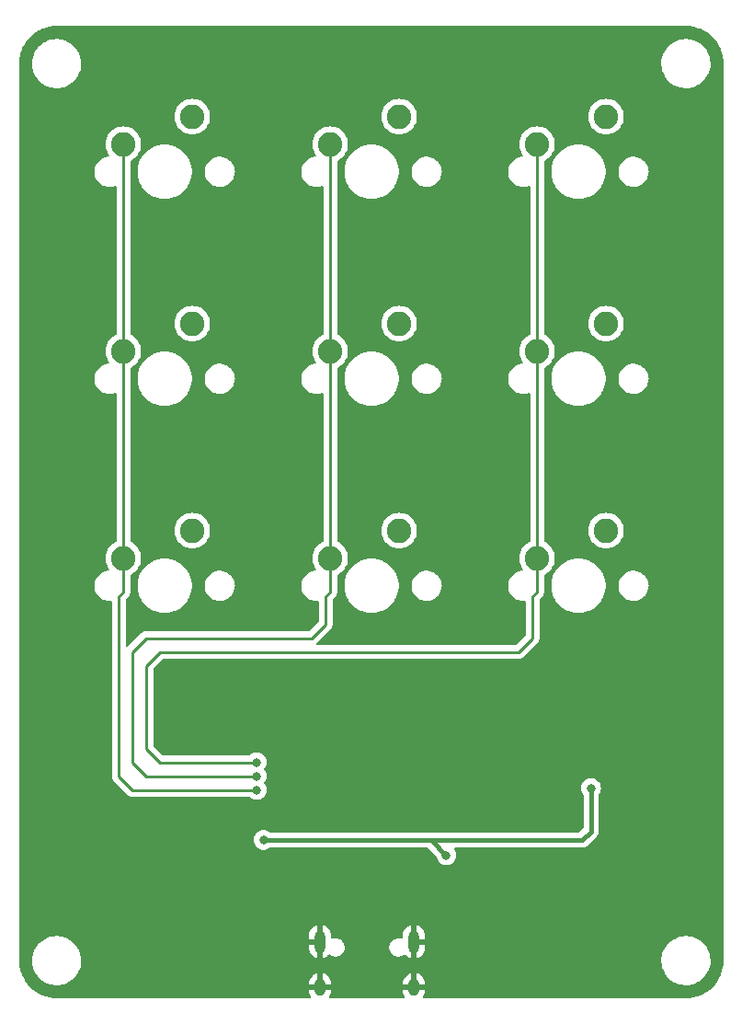
<source format=gbr>
%TF.GenerationSoftware,KiCad,Pcbnew,(6.0.8)*%
%TF.CreationDate,2022-10-08T14:38:13-07:00*%
%TF.ProjectId,9k-Keypad,396b2d4b-6579-4706-9164-2e6b69636164,rev?*%
%TF.SameCoordinates,Original*%
%TF.FileFunction,Copper,L2,Bot*%
%TF.FilePolarity,Positive*%
%FSLAX46Y46*%
G04 Gerber Fmt 4.6, Leading zero omitted, Abs format (unit mm)*
G04 Created by KiCad (PCBNEW (6.0.8)) date 2022-10-08 14:38:13*
%MOMM*%
%LPD*%
G01*
G04 APERTURE LIST*
%TA.AperFunction,ComponentPad*%
%ADD10C,2.250000*%
%TD*%
%TA.AperFunction,ComponentPad*%
%ADD11O,1.000000X2.100000*%
%TD*%
%TA.AperFunction,ComponentPad*%
%ADD12O,1.000000X1.600000*%
%TD*%
%TA.AperFunction,ViaPad*%
%ADD13C,0.800000*%
%TD*%
%TA.AperFunction,Conductor*%
%ADD14C,0.381000*%
%TD*%
%TA.AperFunction,Conductor*%
%ADD15C,0.254000*%
%TD*%
G04 APERTURE END LIST*
D10*
%TO.P,MX5,1,COL*%
%TO.N,COL1*%
X110915080Y-95516330D03*
%TO.P,MX5,2,ROW*%
%TO.N,Net-(D5-Pad2)*%
X117265080Y-92976330D03*
%TD*%
%TO.P,MX8,1,COL*%
%TO.N,COL1*%
X110915080Y-114566330D03*
%TO.P,MX8,2,ROW*%
%TO.N,Net-(D8-Pad2)*%
X117265080Y-112026330D03*
%TD*%
%TO.P,MX7,1,COL*%
%TO.N,COL0*%
X91865080Y-114566330D03*
%TO.P,MX7,2,ROW*%
%TO.N,Net-(D7-Pad2)*%
X98215080Y-112026330D03*
%TD*%
%TO.P,MX9,1,COL*%
%TO.N,COL2*%
X129965080Y-114566330D03*
%TO.P,MX9,2,ROW*%
%TO.N,Net-(D9-Pad2)*%
X136315080Y-112026330D03*
%TD*%
%TO.P,MX3,1,COL*%
%TO.N,COL2*%
X129965080Y-76466330D03*
%TO.P,MX3,2,ROW*%
%TO.N,Net-(D3-Pad2)*%
X136315080Y-73926330D03*
%TD*%
D11*
%TO.P,J1,S1,SHIELD*%
%TO.N,GND*%
X118620000Y-149860000D03*
D12*
X109980000Y-154040000D03*
X118620000Y-154040000D03*
D11*
X109980000Y-149860000D03*
%TD*%
D10*
%TO.P,MX6,1,COL*%
%TO.N,COL2*%
X129965080Y-95516330D03*
%TO.P,MX6,2,ROW*%
%TO.N,Net-(D6-Pad2)*%
X136315080Y-92976330D03*
%TD*%
%TO.P,MX2,1,COL*%
%TO.N,COL1*%
X110915080Y-76466330D03*
%TO.P,MX2,2,ROW*%
%TO.N,Net-(D2-Pad2)*%
X117265080Y-73926330D03*
%TD*%
%TO.P,MX4,1,COL*%
%TO.N,COL0*%
X91865080Y-95516330D03*
%TO.P,MX4,2,ROW*%
%TO.N,Net-(D4-Pad2)*%
X98215080Y-92976330D03*
%TD*%
%TO.P,MX1,1,COL*%
%TO.N,COL0*%
X91865080Y-76466330D03*
%TO.P,MX1,2,ROW*%
%TO.N,Net-(D1-Pad2)*%
X98215080Y-73926330D03*
%TD*%
D13*
%TO.N,GND*%
X105106572Y-131430928D03*
X134937500Y-141287500D03*
X128424214Y-134774214D03*
X102393750Y-128587500D03*
X103981250Y-137318750D03*
%TO.N,+5V*%
X134937500Y-135731250D03*
X121606572Y-141918428D03*
X104775000Y-140493750D03*
%TO.N,COL0*%
X104140000Y-135890000D03*
%TO.N,COL1*%
X104140000Y-134620000D03*
%TO.N,COL2*%
X104140000Y-133350000D03*
%TD*%
D14*
%TO.N,+5V*%
X120181894Y-140493750D02*
X119856250Y-140493750D01*
X134143750Y-140493750D02*
X116681250Y-140493750D01*
X120181894Y-140493750D02*
X119062500Y-140493750D01*
X134143750Y-140493750D02*
X134937500Y-139700000D01*
X134937500Y-139700000D02*
X134937500Y-135731250D01*
X119062500Y-140493750D02*
X119856250Y-140493750D01*
X121606572Y-141918428D02*
X120181894Y-140493750D01*
X116681250Y-140493750D02*
X119062500Y-140493750D01*
X104775000Y-140493750D02*
X116681250Y-140493750D01*
D15*
%TO.N,COL0*%
X92710000Y-135890000D02*
X104140000Y-135890000D01*
X91865080Y-76466330D02*
X91865080Y-95516330D01*
X91865080Y-117684920D02*
X91440000Y-118110000D01*
X91440000Y-118110000D02*
X91440000Y-134620000D01*
X91440000Y-134620000D02*
X92710000Y-135890000D01*
X91865080Y-114566330D02*
X91865080Y-117684920D01*
X91865080Y-114566330D02*
X91865080Y-95516330D01*
%TO.N,COL1*%
X109220000Y-121920000D02*
X93980000Y-121920000D01*
X110490000Y-118110000D02*
X110490000Y-120650000D01*
X104140000Y-134620000D02*
X93980000Y-134620000D01*
X93980000Y-121920000D02*
X92710000Y-123190000D01*
X93980000Y-134620000D02*
X92710000Y-133350000D01*
X110915080Y-114566330D02*
X110915080Y-117684920D01*
X92710000Y-133350000D02*
X92710000Y-123190000D01*
X110915080Y-114566330D02*
X110915080Y-95516330D01*
X110915080Y-76466330D02*
X110915080Y-95516330D01*
X110915080Y-117684920D02*
X110490000Y-118110000D01*
X110490000Y-120650000D02*
X109220000Y-121920000D01*
%TO.N,COL2*%
X95250000Y-123190000D02*
X93980000Y-124460000D01*
X93980000Y-132080000D02*
X95250000Y-133350000D01*
X129540000Y-118110000D02*
X129540000Y-121920000D01*
X129965080Y-117684920D02*
X129540000Y-118110000D01*
X129540000Y-121920000D02*
X128270000Y-123190000D01*
X129965080Y-76466330D02*
X129965080Y-95516330D01*
X129965080Y-114566330D02*
X129965080Y-117684920D01*
X128270000Y-123190000D02*
X95250000Y-123190000D01*
X93980000Y-124460000D02*
X93980000Y-132080000D01*
X95250000Y-133350000D02*
X104140000Y-133350000D01*
X129965080Y-114566330D02*
X129965080Y-95516330D01*
%TD*%
%TA.AperFunction,Conductor*%
%TO.N,GND*%
G36*
X143638767Y-65597501D02*
G01*
X143653593Y-65599810D01*
X143653600Y-65599810D01*
X143662468Y-65601191D01*
X143671371Y-65600027D01*
X143671372Y-65600027D01*
X143681820Y-65598661D01*
X143704337Y-65597749D01*
X144001728Y-65612362D01*
X144014025Y-65613574D01*
X144337682Y-65661587D01*
X144349796Y-65663996D01*
X144667158Y-65743494D01*
X144667198Y-65743504D01*
X144679030Y-65747094D01*
X144811766Y-65794589D01*
X144987096Y-65857324D01*
X144998510Y-65862052D01*
X145294296Y-66001951D01*
X145305190Y-66007773D01*
X145585853Y-66175998D01*
X145596114Y-66182854D01*
X145858929Y-66377772D01*
X145868465Y-66385597D01*
X146110921Y-66605346D01*
X146119654Y-66614079D01*
X146339402Y-66856534D01*
X146347222Y-66866063D01*
X146542146Y-67128886D01*
X146549002Y-67139147D01*
X146717224Y-67419805D01*
X146723049Y-67430704D01*
X146862945Y-67726483D01*
X146862946Y-67726485D01*
X146867678Y-67737909D01*
X146977906Y-68045970D01*
X146981493Y-68057792D01*
X147036666Y-68278043D01*
X147061002Y-68375195D01*
X147063412Y-68387314D01*
X147080820Y-68504659D01*
X147111426Y-68710971D01*
X147112637Y-68723269D01*
X147126671Y-69008846D01*
X147126889Y-69013292D01*
X147125540Y-69038860D01*
X147123809Y-69049980D01*
X147125635Y-69063943D01*
X147127936Y-69081537D01*
X147129000Y-69097876D01*
X147129000Y-151556883D01*
X147127500Y-151576268D01*
X147125190Y-151591101D01*
X147125190Y-151591105D01*
X147123809Y-151599974D01*
X147126340Y-151619329D01*
X147127252Y-151641844D01*
X147126877Y-151649484D01*
X147112642Y-151939232D01*
X147111431Y-151951532D01*
X147063419Y-152275195D01*
X147061011Y-152287305D01*
X147000065Y-152530617D01*
X146981506Y-152604708D01*
X146977919Y-152616534D01*
X146897365Y-152841665D01*
X146867692Y-152924594D01*
X146862961Y-152936017D01*
X146813810Y-153039939D01*
X146750071Y-153174706D01*
X146723064Y-153231807D01*
X146717235Y-153242712D01*
X146549023Y-153523356D01*
X146542153Y-153533637D01*
X146522251Y-153560472D01*
X146351563Y-153790618D01*
X146347247Y-153796437D01*
X146339416Y-153805980D01*
X146119673Y-154048430D01*
X146110935Y-154057168D01*
X145868480Y-154276916D01*
X145858943Y-154284742D01*
X145721527Y-154386657D01*
X145596137Y-154479653D01*
X145585856Y-154486523D01*
X145305212Y-154654735D01*
X145294311Y-154660562D01*
X145204005Y-154703273D01*
X144998517Y-154800461D01*
X144987094Y-154805192D01*
X144679034Y-154915419D01*
X144667210Y-154919005D01*
X144349805Y-154998511D01*
X144337695Y-155000919D01*
X144014032Y-155048931D01*
X144001738Y-155050141D01*
X143711712Y-155064390D01*
X143686152Y-155063042D01*
X143675026Y-155061309D01*
X143643464Y-155065436D01*
X143627129Y-155066500D01*
X119583988Y-155066500D01*
X119515867Y-155046498D01*
X119469374Y-154992842D01*
X119459270Y-154922568D01*
X119473573Y-154879799D01*
X119548006Y-154744407D01*
X119552834Y-154733142D01*
X119608880Y-154556462D01*
X119611430Y-154544468D01*
X119627607Y-154400239D01*
X119628000Y-154393215D01*
X119628000Y-154312115D01*
X119623525Y-154296876D01*
X119622135Y-154295671D01*
X119614452Y-154294000D01*
X117630115Y-154294000D01*
X117614876Y-154298475D01*
X117613671Y-154299865D01*
X117612000Y-154307548D01*
X117612000Y-154386657D01*
X117612301Y-154392805D01*
X117625812Y-154530603D01*
X117628195Y-154542638D01*
X117681767Y-154720076D01*
X117686441Y-154731416D01*
X117766160Y-154881347D01*
X117780479Y-154950884D01*
X117754931Y-155017125D01*
X117697626Y-155059038D01*
X117654908Y-155066500D01*
X110943988Y-155066500D01*
X110875867Y-155046498D01*
X110829374Y-154992842D01*
X110819270Y-154922568D01*
X110833573Y-154879799D01*
X110908006Y-154744407D01*
X110912834Y-154733142D01*
X110968880Y-154556462D01*
X110971430Y-154544468D01*
X110987607Y-154400239D01*
X110988000Y-154393215D01*
X110988000Y-154312115D01*
X110983525Y-154296876D01*
X110982135Y-154295671D01*
X110974452Y-154294000D01*
X108990115Y-154294000D01*
X108974876Y-154298475D01*
X108973671Y-154299865D01*
X108972000Y-154307548D01*
X108972000Y-154386657D01*
X108972301Y-154392805D01*
X108985812Y-154530603D01*
X108988195Y-154542638D01*
X109041767Y-154720076D01*
X109046441Y-154731416D01*
X109126160Y-154881347D01*
X109140479Y-154950884D01*
X109114931Y-155017125D01*
X109057626Y-155059038D01*
X109014908Y-155066500D01*
X85774367Y-155066500D01*
X85754982Y-155065000D01*
X85740148Y-155062690D01*
X85740145Y-155062690D01*
X85731276Y-155061309D01*
X85722373Y-155062473D01*
X85722371Y-155062473D01*
X85711922Y-155063839D01*
X85689406Y-155064751D01*
X85392016Y-155050141D01*
X85379720Y-155048931D01*
X85056067Y-155000920D01*
X85043945Y-154998510D01*
X84726548Y-154919006D01*
X84714716Y-154915416D01*
X84406662Y-154805191D01*
X84395239Y-154800460D01*
X84099453Y-154660563D01*
X84088547Y-154654733D01*
X83807916Y-154486527D01*
X83797635Y-154479658D01*
X83534825Y-154284742D01*
X83525267Y-154276897D01*
X83282841Y-154057172D01*
X83274098Y-154048429D01*
X83054373Y-153805997D01*
X83046528Y-153796438D01*
X82868389Y-153556242D01*
X82851617Y-153533627D01*
X82844750Y-153523349D01*
X82830883Y-153500212D01*
X82763129Y-153387170D01*
X82676546Y-153242712D01*
X82670717Y-153231807D01*
X82530827Y-152936028D01*
X82526095Y-152924604D01*
X82415868Y-152616531D01*
X82412280Y-152604701D01*
X82370906Y-152439520D01*
X82332781Y-152287309D01*
X82330370Y-152275188D01*
X82312965Y-152157841D01*
X82282365Y-151951533D01*
X82281154Y-151939238D01*
X82267128Y-151653654D01*
X83461941Y-151653654D01*
X83488091Y-151952542D01*
X83489001Y-151956614D01*
X83489002Y-151956619D01*
X83552628Y-152241266D01*
X83553540Y-152245345D01*
X83657140Y-152526921D01*
X83659084Y-152530609D01*
X83659088Y-152530617D01*
X83755805Y-152714057D01*
X83797069Y-152792321D01*
X83970871Y-153036883D01*
X84175490Y-153256311D01*
X84407333Y-153446748D01*
X84662325Y-153604850D01*
X84935988Y-153727839D01*
X85070320Y-153767885D01*
X85219514Y-153812362D01*
X85219516Y-153812362D01*
X85223513Y-153813554D01*
X85227633Y-153814207D01*
X85227635Y-153814207D01*
X85346509Y-153833035D01*
X85519848Y-153860489D01*
X85562577Y-153862429D01*
X85612262Y-153864686D01*
X85612281Y-153864686D01*
X85613681Y-153864750D01*
X85801107Y-153864750D01*
X86024370Y-153849921D01*
X86028464Y-153849096D01*
X86028468Y-153849095D01*
X86169513Y-153820655D01*
X86318480Y-153790618D01*
X86384501Y-153767885D01*
X108972000Y-153767885D01*
X108976475Y-153783124D01*
X108977865Y-153784329D01*
X108985548Y-153786000D01*
X109707885Y-153786000D01*
X109723124Y-153781525D01*
X109724329Y-153780135D01*
X109726000Y-153772452D01*
X109726000Y-153767885D01*
X110234000Y-153767885D01*
X110238475Y-153783124D01*
X110239865Y-153784329D01*
X110247548Y-153786000D01*
X110969885Y-153786000D01*
X110985124Y-153781525D01*
X110986329Y-153780135D01*
X110988000Y-153772452D01*
X110988000Y-153767885D01*
X117612000Y-153767885D01*
X117616475Y-153783124D01*
X117617865Y-153784329D01*
X117625548Y-153786000D01*
X118347885Y-153786000D01*
X118363124Y-153781525D01*
X118364329Y-153780135D01*
X118366000Y-153772452D01*
X118366000Y-153767885D01*
X118874000Y-153767885D01*
X118878475Y-153783124D01*
X118879865Y-153784329D01*
X118887548Y-153786000D01*
X119609885Y-153786000D01*
X119625124Y-153781525D01*
X119626329Y-153780135D01*
X119628000Y-153772452D01*
X119628000Y-153693343D01*
X119627699Y-153687195D01*
X119614188Y-153549397D01*
X119611805Y-153537362D01*
X119558233Y-153359924D01*
X119553559Y-153348584D01*
X119466540Y-153184923D01*
X119459751Y-153174706D01*
X119342603Y-153031067D01*
X119333959Y-153022363D01*
X119191144Y-152904216D01*
X119180973Y-152897356D01*
X119017924Y-152809196D01*
X119006619Y-152804444D01*
X118891308Y-152768750D01*
X118877205Y-152768544D01*
X118874000Y-152775299D01*
X118874000Y-153767885D01*
X118366000Y-153767885D01*
X118366000Y-152782076D01*
X118362027Y-152768545D01*
X118354232Y-152767425D01*
X118246479Y-152799138D01*
X118235111Y-152803731D01*
X118070846Y-152889607D01*
X118060585Y-152896321D01*
X117916127Y-153012468D01*
X117907368Y-153021046D01*
X117788222Y-153163039D01*
X117781292Y-153173159D01*
X117691998Y-153335585D01*
X117687166Y-153346858D01*
X117631120Y-153523538D01*
X117628570Y-153535532D01*
X117612393Y-153679761D01*
X117612000Y-153686785D01*
X117612000Y-153767885D01*
X110988000Y-153767885D01*
X110988000Y-153693343D01*
X110987699Y-153687195D01*
X110974188Y-153549397D01*
X110971805Y-153537362D01*
X110918233Y-153359924D01*
X110913559Y-153348584D01*
X110826540Y-153184923D01*
X110819751Y-153174706D01*
X110702603Y-153031067D01*
X110693959Y-153022363D01*
X110551144Y-152904216D01*
X110540973Y-152897356D01*
X110377924Y-152809196D01*
X110366619Y-152804444D01*
X110251308Y-152768750D01*
X110237205Y-152768544D01*
X110234000Y-152775299D01*
X110234000Y-153767885D01*
X109726000Y-153767885D01*
X109726000Y-152782076D01*
X109722027Y-152768545D01*
X109714232Y-152767425D01*
X109606479Y-152799138D01*
X109595111Y-152803731D01*
X109430846Y-152889607D01*
X109420585Y-152896321D01*
X109276127Y-153012468D01*
X109267368Y-153021046D01*
X109148222Y-153163039D01*
X109141292Y-153173159D01*
X109051998Y-153335585D01*
X109047166Y-153346858D01*
X108991120Y-153523538D01*
X108988570Y-153535532D01*
X108972393Y-153679761D01*
X108972000Y-153686785D01*
X108972000Y-153767885D01*
X86384501Y-153767885D01*
X86602163Y-153692938D01*
X86605896Y-153691069D01*
X86605900Y-153691067D01*
X86866691Y-153560472D01*
X86866693Y-153560471D01*
X86870435Y-153558597D01*
X87118584Y-153389956D01*
X87342248Y-153189976D01*
X87365336Y-153163039D01*
X87534779Y-152965347D01*
X87534782Y-152965343D01*
X87537499Y-152962173D01*
X87539773Y-152958671D01*
X87539777Y-152958666D01*
X87698628Y-152714057D01*
X87698631Y-152714052D01*
X87700907Y-152710547D01*
X87829600Y-152439520D01*
X87847282Y-152384449D01*
X87920038Y-152157841D01*
X87920038Y-152157840D01*
X87921318Y-152153854D01*
X87974448Y-151858566D01*
X87983754Y-151653654D01*
X141405691Y-151653654D01*
X141431841Y-151952542D01*
X141432751Y-151956614D01*
X141432752Y-151956619D01*
X141496378Y-152241266D01*
X141497290Y-152245345D01*
X141600890Y-152526921D01*
X141602834Y-152530609D01*
X141602838Y-152530617D01*
X141699555Y-152714057D01*
X141740819Y-152792321D01*
X141914621Y-153036883D01*
X142119240Y-153256311D01*
X142351083Y-153446748D01*
X142606075Y-153604850D01*
X142879738Y-153727839D01*
X143014070Y-153767885D01*
X143163264Y-153812362D01*
X143163266Y-153812362D01*
X143167263Y-153813554D01*
X143171383Y-153814207D01*
X143171385Y-153814207D01*
X143290259Y-153833035D01*
X143463598Y-153860489D01*
X143506327Y-153862429D01*
X143556012Y-153864686D01*
X143556031Y-153864686D01*
X143557431Y-153864750D01*
X143744857Y-153864750D01*
X143968120Y-153849921D01*
X143972214Y-153849096D01*
X143972218Y-153849095D01*
X144113263Y-153820655D01*
X144262230Y-153790618D01*
X144545913Y-153692938D01*
X144549646Y-153691069D01*
X144549650Y-153691067D01*
X144810441Y-153560472D01*
X144810443Y-153560471D01*
X144814185Y-153558597D01*
X145062334Y-153389956D01*
X145285998Y-153189976D01*
X145309086Y-153163039D01*
X145478529Y-152965347D01*
X145478532Y-152965343D01*
X145481249Y-152962173D01*
X145483523Y-152958671D01*
X145483527Y-152958666D01*
X145642378Y-152714057D01*
X145642381Y-152714052D01*
X145644657Y-152710547D01*
X145773350Y-152439520D01*
X145791032Y-152384449D01*
X145863788Y-152157841D01*
X145863788Y-152157840D01*
X145865068Y-152153854D01*
X145918198Y-151858566D01*
X145928878Y-151623407D01*
X145931620Y-151563016D01*
X145931620Y-151563010D01*
X145931809Y-151558846D01*
X145905659Y-151259958D01*
X145904256Y-151253679D01*
X145841122Y-150971234D01*
X145841121Y-150971231D01*
X145840210Y-150967155D01*
X145736610Y-150685579D01*
X145734666Y-150681891D01*
X145734662Y-150681883D01*
X145598634Y-150423883D01*
X145598633Y-150423882D01*
X145596681Y-150420179D01*
X145422879Y-150175617D01*
X145218260Y-149956189D01*
X144986417Y-149765752D01*
X144731425Y-149607650D01*
X144724036Y-149604329D01*
X144618301Y-149556810D01*
X144457762Y-149484661D01*
X144244400Y-149421055D01*
X144174236Y-149400138D01*
X144174234Y-149400138D01*
X144170237Y-149398946D01*
X144166117Y-149398293D01*
X144166115Y-149398293D01*
X144047241Y-149379465D01*
X143873902Y-149352011D01*
X143831173Y-149350071D01*
X143781488Y-149347814D01*
X143781469Y-149347814D01*
X143780069Y-149347750D01*
X143592643Y-149347750D01*
X143369380Y-149362579D01*
X143365286Y-149363404D01*
X143365282Y-149363405D01*
X143224237Y-149391845D01*
X143075270Y-149421882D01*
X142791587Y-149519562D01*
X142787854Y-149521431D01*
X142787850Y-149521433D01*
X142566207Y-149632424D01*
X142523315Y-149653903D01*
X142428026Y-149718661D01*
X142333585Y-149782843D01*
X142275166Y-149822544D01*
X142272050Y-149825330D01*
X142248253Y-149846607D01*
X142051502Y-150022524D01*
X142048785Y-150025694D01*
X142048784Y-150025695D01*
X141922905Y-150172561D01*
X141856251Y-150250327D01*
X141853977Y-150253829D01*
X141853973Y-150253834D01*
X141713438Y-150470239D01*
X141692843Y-150501953D01*
X141564150Y-150772980D01*
X141562871Y-150776963D01*
X141562870Y-150776966D01*
X141498697Y-150976841D01*
X141472432Y-151058646D01*
X141464450Y-151103009D01*
X141445273Y-151209594D01*
X141419302Y-151353934D01*
X141419113Y-151358101D01*
X141419112Y-151358108D01*
X141406778Y-151629711D01*
X141405691Y-151653654D01*
X87983754Y-151653654D01*
X87985128Y-151623407D01*
X87987870Y-151563016D01*
X87987870Y-151563010D01*
X87988059Y-151558846D01*
X87961909Y-151259958D01*
X87960506Y-151253679D01*
X87897372Y-150971234D01*
X87897371Y-150971231D01*
X87896460Y-150967155D01*
X87792860Y-150685579D01*
X87790916Y-150681891D01*
X87790912Y-150681883D01*
X87672164Y-150456657D01*
X108972000Y-150456657D01*
X108972301Y-150462805D01*
X108985812Y-150600603D01*
X108988195Y-150612638D01*
X109041767Y-150790076D01*
X109046441Y-150801416D01*
X109133460Y-150965077D01*
X109140249Y-150975294D01*
X109257397Y-151118933D01*
X109266041Y-151127637D01*
X109408856Y-151245784D01*
X109419027Y-151252644D01*
X109582076Y-151340804D01*
X109593381Y-151345556D01*
X109708692Y-151381250D01*
X109722795Y-151381456D01*
X109726000Y-151374701D01*
X109726000Y-151367924D01*
X110234000Y-151367924D01*
X110237973Y-151381455D01*
X110245768Y-151382575D01*
X110353521Y-151350862D01*
X110364889Y-151346269D01*
X110529154Y-151260393D01*
X110539415Y-151253679D01*
X110683873Y-151137532D01*
X110692632Y-151128954D01*
X110737000Y-151076079D01*
X110796110Y-151036752D01*
X110867098Y-151035626D01*
X110910048Y-151056972D01*
X110975678Y-151107150D01*
X111062372Y-151147576D01*
X111133631Y-151180805D01*
X111133634Y-151180806D01*
X111139808Y-151183685D01*
X111146456Y-151185171D01*
X111146459Y-151185172D01*
X111252421Y-151208857D01*
X111316543Y-151223190D01*
X111322088Y-151223500D01*
X111455244Y-151223500D01*
X111590037Y-151208857D01*
X111708190Y-151169094D01*
X111755204Y-151153272D01*
X111755206Y-151153271D01*
X111761675Y-151151094D01*
X111916905Y-151057823D01*
X111921862Y-151053135D01*
X111921865Y-151053133D01*
X112043527Y-150938082D01*
X112043529Y-150938080D01*
X112048485Y-150933393D01*
X112052317Y-150927755D01*
X112052320Y-150927751D01*
X112146442Y-150789255D01*
X112150277Y-150783612D01*
X112217530Y-150615466D01*
X112218644Y-150608738D01*
X112218645Y-150608734D01*
X112245993Y-150443539D01*
X112245993Y-150443536D01*
X112247108Y-150436802D01*
X112242203Y-150343198D01*
X116352892Y-150343198D01*
X116353249Y-150350015D01*
X116353249Y-150350019D01*
X116358151Y-150443539D01*
X116362370Y-150524047D01*
X116364181Y-150530620D01*
X116364181Y-150530623D01*
X116386772Y-150612638D01*
X116410461Y-150698641D01*
X116494922Y-150858836D01*
X116499327Y-150864049D01*
X116499330Y-150864053D01*
X116607406Y-150991943D01*
X116607410Y-150991947D01*
X116611813Y-150997157D01*
X116617237Y-151001304D01*
X116617238Y-151001305D01*
X116750257Y-151103006D01*
X116750261Y-151103009D01*
X116755678Y-151107150D01*
X116842372Y-151147576D01*
X116913631Y-151180805D01*
X116913634Y-151180806D01*
X116919808Y-151183685D01*
X116926456Y-151185171D01*
X116926459Y-151185172D01*
X117032421Y-151208857D01*
X117096543Y-151223190D01*
X117102088Y-151223500D01*
X117235244Y-151223500D01*
X117370037Y-151208857D01*
X117488190Y-151169094D01*
X117535204Y-151153272D01*
X117535206Y-151153271D01*
X117541675Y-151151094D01*
X117693651Y-151059778D01*
X117693654Y-151059777D01*
X117696905Y-151057823D01*
X117697255Y-151058406D01*
X117758917Y-151034935D01*
X117828391Y-151049561D01*
X117866391Y-151080915D01*
X117897397Y-151118933D01*
X117906041Y-151127637D01*
X118048856Y-151245784D01*
X118059027Y-151252644D01*
X118222076Y-151340804D01*
X118233381Y-151345556D01*
X118348692Y-151381250D01*
X118362795Y-151381456D01*
X118366000Y-151374701D01*
X118366000Y-151367924D01*
X118874000Y-151367924D01*
X118877973Y-151381455D01*
X118885768Y-151382575D01*
X118993521Y-151350862D01*
X119004889Y-151346269D01*
X119169154Y-151260393D01*
X119179415Y-151253679D01*
X119323873Y-151137532D01*
X119332632Y-151128954D01*
X119451778Y-150986961D01*
X119458708Y-150976841D01*
X119548002Y-150814415D01*
X119552834Y-150803142D01*
X119608880Y-150626462D01*
X119611430Y-150614468D01*
X119627607Y-150470239D01*
X119628000Y-150463215D01*
X119628000Y-150132115D01*
X119623525Y-150116876D01*
X119622135Y-150115671D01*
X119614452Y-150114000D01*
X118892115Y-150114000D01*
X118876876Y-150118475D01*
X118875671Y-150119865D01*
X118874000Y-150127548D01*
X118874000Y-151367924D01*
X118366000Y-151367924D01*
X118366000Y-149587885D01*
X118874000Y-149587885D01*
X118878475Y-149603124D01*
X118879865Y-149604329D01*
X118887548Y-149606000D01*
X119609885Y-149606000D01*
X119625124Y-149601525D01*
X119626329Y-149600135D01*
X119628000Y-149592452D01*
X119628000Y-149263343D01*
X119627699Y-149257195D01*
X119614188Y-149119397D01*
X119611805Y-149107362D01*
X119558233Y-148929924D01*
X119553559Y-148918584D01*
X119466540Y-148754923D01*
X119459751Y-148744706D01*
X119342603Y-148601067D01*
X119333959Y-148592363D01*
X119191144Y-148474216D01*
X119180973Y-148467356D01*
X119017924Y-148379196D01*
X119006619Y-148374444D01*
X118891308Y-148338750D01*
X118877205Y-148338544D01*
X118874000Y-148345299D01*
X118874000Y-149587885D01*
X118366000Y-149587885D01*
X118366000Y-148352076D01*
X118362027Y-148338545D01*
X118354232Y-148337425D01*
X118246479Y-148369138D01*
X118235111Y-148373731D01*
X118070846Y-148459607D01*
X118060585Y-148466321D01*
X117916127Y-148582468D01*
X117907368Y-148591046D01*
X117788222Y-148733039D01*
X117781292Y-148743159D01*
X117691998Y-148905585D01*
X117687166Y-148916858D01*
X117631120Y-149093538D01*
X117628570Y-149105532D01*
X117612393Y-149249761D01*
X117612000Y-149256785D01*
X117612000Y-149472974D01*
X117591998Y-149541095D01*
X117538342Y-149587588D01*
X117468068Y-149597692D01*
X117458514Y-149595939D01*
X117288506Y-149557938D01*
X117288499Y-149557937D01*
X117283457Y-149556810D01*
X117277912Y-149556500D01*
X117144756Y-149556500D01*
X117009963Y-149571143D01*
X116894928Y-149609857D01*
X116844796Y-149626728D01*
X116844794Y-149626729D01*
X116838325Y-149628906D01*
X116683095Y-149722177D01*
X116678138Y-149726865D01*
X116678135Y-149726867D01*
X116556473Y-149841918D01*
X116551515Y-149846607D01*
X116547683Y-149852245D01*
X116547680Y-149852249D01*
X116496740Y-149927205D01*
X116449723Y-149996388D01*
X116382470Y-150164534D01*
X116381356Y-150171262D01*
X116381355Y-150171266D01*
X116354007Y-150336461D01*
X116352892Y-150343198D01*
X112242203Y-150343198D01*
X112237987Y-150262766D01*
X112237630Y-150255953D01*
X112216441Y-150179024D01*
X112191352Y-150087941D01*
X112189539Y-150081359D01*
X112105078Y-149921164D01*
X112100673Y-149915951D01*
X112100670Y-149915947D01*
X111992594Y-149788057D01*
X111992590Y-149788053D01*
X111988187Y-149782843D01*
X111965833Y-149765752D01*
X111849743Y-149676994D01*
X111849739Y-149676991D01*
X111844322Y-149672850D01*
X111709233Y-149609857D01*
X111686369Y-149599195D01*
X111686366Y-149599194D01*
X111680192Y-149596315D01*
X111673544Y-149594829D01*
X111673541Y-149594828D01*
X111508494Y-149557936D01*
X111508495Y-149557936D01*
X111503457Y-149556810D01*
X111497912Y-149556500D01*
X111364756Y-149556500D01*
X111229963Y-149571143D01*
X111223499Y-149573318D01*
X111223496Y-149573319D01*
X111166645Y-149592452D01*
X111155167Y-149596315D01*
X111154189Y-149596644D01*
X111083247Y-149599414D01*
X111022068Y-149563391D01*
X110990077Y-149500010D01*
X110988000Y-149477225D01*
X110988000Y-149263343D01*
X110987699Y-149257195D01*
X110974188Y-149119397D01*
X110971805Y-149107362D01*
X110918233Y-148929924D01*
X110913559Y-148918584D01*
X110826540Y-148754923D01*
X110819751Y-148744706D01*
X110702603Y-148601067D01*
X110693959Y-148592363D01*
X110551144Y-148474216D01*
X110540973Y-148467356D01*
X110377924Y-148379196D01*
X110366619Y-148374444D01*
X110251308Y-148338750D01*
X110237205Y-148338544D01*
X110234000Y-148345299D01*
X110234000Y-151367924D01*
X109726000Y-151367924D01*
X109726000Y-150132115D01*
X109721525Y-150116876D01*
X109720135Y-150115671D01*
X109712452Y-150114000D01*
X108990115Y-150114000D01*
X108974876Y-150118475D01*
X108973671Y-150119865D01*
X108972000Y-150127548D01*
X108972000Y-150456657D01*
X87672164Y-150456657D01*
X87654884Y-150423883D01*
X87654883Y-150423882D01*
X87652931Y-150420179D01*
X87479129Y-150175617D01*
X87274510Y-149956189D01*
X87042667Y-149765752D01*
X86787675Y-149607650D01*
X86780286Y-149604329D01*
X86743696Y-149587885D01*
X108972000Y-149587885D01*
X108976475Y-149603124D01*
X108977865Y-149604329D01*
X108985548Y-149606000D01*
X109707885Y-149606000D01*
X109723124Y-149601525D01*
X109724329Y-149600135D01*
X109726000Y-149592452D01*
X109726000Y-148352076D01*
X109722027Y-148338545D01*
X109714232Y-148337425D01*
X109606479Y-148369138D01*
X109595111Y-148373731D01*
X109430846Y-148459607D01*
X109420585Y-148466321D01*
X109276127Y-148582468D01*
X109267368Y-148591046D01*
X109148222Y-148733039D01*
X109141292Y-148743159D01*
X109051998Y-148905585D01*
X109047166Y-148916858D01*
X108991120Y-149093538D01*
X108988570Y-149105532D01*
X108972393Y-149249761D01*
X108972000Y-149256785D01*
X108972000Y-149587885D01*
X86743696Y-149587885D01*
X86674551Y-149556810D01*
X86514012Y-149484661D01*
X86300650Y-149421055D01*
X86230486Y-149400138D01*
X86230484Y-149400138D01*
X86226487Y-149398946D01*
X86222367Y-149398293D01*
X86222365Y-149398293D01*
X86103491Y-149379465D01*
X85930152Y-149352011D01*
X85887423Y-149350071D01*
X85837738Y-149347814D01*
X85837719Y-149347814D01*
X85836319Y-149347750D01*
X85648893Y-149347750D01*
X85425630Y-149362579D01*
X85421536Y-149363404D01*
X85421532Y-149363405D01*
X85280487Y-149391845D01*
X85131520Y-149421882D01*
X84847837Y-149519562D01*
X84844104Y-149521431D01*
X84844100Y-149521433D01*
X84622457Y-149632424D01*
X84579565Y-149653903D01*
X84484276Y-149718661D01*
X84389835Y-149782843D01*
X84331416Y-149822544D01*
X84328300Y-149825330D01*
X84304503Y-149846607D01*
X84107752Y-150022524D01*
X84105035Y-150025694D01*
X84105034Y-150025695D01*
X83979155Y-150172561D01*
X83912501Y-150250327D01*
X83910227Y-150253829D01*
X83910223Y-150253834D01*
X83769688Y-150470239D01*
X83749093Y-150501953D01*
X83620400Y-150772980D01*
X83619121Y-150776963D01*
X83619120Y-150776966D01*
X83554947Y-150976841D01*
X83528682Y-151058646D01*
X83520700Y-151103009D01*
X83501523Y-151209594D01*
X83475552Y-151353934D01*
X83475363Y-151358101D01*
X83475362Y-151358108D01*
X83463028Y-151629711D01*
X83461941Y-151653654D01*
X82267128Y-151653654D01*
X82266898Y-151648978D01*
X82268247Y-151623407D01*
X82268559Y-151621404D01*
X82269941Y-151612532D01*
X82265813Y-151580960D01*
X82264750Y-151564625D01*
X82264750Y-140493750D01*
X103861496Y-140493750D01*
X103881458Y-140683678D01*
X103940473Y-140865306D01*
X104035960Y-141030694D01*
X104040378Y-141035601D01*
X104040379Y-141035602D01*
X104114351Y-141117756D01*
X104163747Y-141172616D01*
X104318248Y-141284868D01*
X104324276Y-141287552D01*
X104324278Y-141287553D01*
X104486681Y-141359859D01*
X104492712Y-141362544D01*
X104581817Y-141381484D01*
X104673056Y-141400878D01*
X104673061Y-141400878D01*
X104679513Y-141402250D01*
X104870487Y-141402250D01*
X104876939Y-141400878D01*
X104876944Y-141400878D01*
X104968183Y-141381484D01*
X105057288Y-141362544D01*
X105063319Y-141359859D01*
X105225722Y-141287553D01*
X105225724Y-141287552D01*
X105231752Y-141284868D01*
X105325420Y-141216814D01*
X105392288Y-141192956D01*
X105399481Y-141192750D01*
X119840169Y-141192750D01*
X119908290Y-141212752D01*
X119929264Y-141229655D01*
X120670329Y-141970720D01*
X120704355Y-142033032D01*
X120706544Y-142046643D01*
X120713030Y-142108356D01*
X120772045Y-142289984D01*
X120867532Y-142455372D01*
X120995319Y-142597294D01*
X121149820Y-142709546D01*
X121155848Y-142712230D01*
X121155850Y-142712231D01*
X121318253Y-142784537D01*
X121324284Y-142787222D01*
X121417685Y-142807075D01*
X121504628Y-142825556D01*
X121504633Y-142825556D01*
X121511085Y-142826928D01*
X121702059Y-142826928D01*
X121708511Y-142825556D01*
X121708516Y-142825556D01*
X121795459Y-142807075D01*
X121888860Y-142787222D01*
X121894891Y-142784537D01*
X122057294Y-142712231D01*
X122057296Y-142712230D01*
X122063324Y-142709546D01*
X122217825Y-142597294D01*
X122345612Y-142455372D01*
X122441099Y-142289984D01*
X122500114Y-142108356D01*
X122520076Y-141918428D01*
X122500114Y-141728500D01*
X122441099Y-141546872D01*
X122437795Y-141541149D01*
X122345766Y-141381750D01*
X122329028Y-141312755D01*
X122352249Y-141245663D01*
X122408056Y-141201776D01*
X122454885Y-141192750D01*
X134115151Y-141192750D01*
X134123721Y-141193042D01*
X134173027Y-141196404D01*
X134173031Y-141196404D01*
X134180602Y-141196920D01*
X134188078Y-141195615D01*
X134188082Y-141195615D01*
X134242674Y-141186087D01*
X134249199Y-141185124D01*
X134304168Y-141178472D01*
X134304170Y-141178471D01*
X134311710Y-141177559D01*
X134318812Y-141174875D01*
X134322250Y-141174031D01*
X134336373Y-141170167D01*
X134339784Y-141169137D01*
X134347267Y-141167831D01*
X134404947Y-141142511D01*
X134411054Y-141140020D01*
X134462867Y-141120441D01*
X134462868Y-141120440D01*
X134469972Y-141117756D01*
X134476227Y-141113457D01*
X134479368Y-141111815D01*
X134492122Y-141104717D01*
X134495228Y-141102880D01*
X134502183Y-141099827D01*
X134508210Y-141095202D01*
X134508214Y-141095200D01*
X134552152Y-141061485D01*
X134557470Y-141057621D01*
X134609402Y-141021929D01*
X134650269Y-140976061D01*
X134655249Y-140970786D01*
X135411538Y-140214497D01*
X135417804Y-140208643D01*
X135455049Y-140176152D01*
X135460774Y-140171158D01*
X135496994Y-140119622D01*
X135500927Y-140114326D01*
X135535106Y-140070737D01*
X135535108Y-140070734D01*
X135539792Y-140064760D01*
X135542918Y-140057836D01*
X135544756Y-140054801D01*
X135552000Y-140042102D01*
X135553688Y-140038954D01*
X135558056Y-140032739D01*
X135580938Y-139974050D01*
X135583478Y-139968005D01*
X135609413Y-139910565D01*
X135610798Y-139903092D01*
X135611869Y-139899674D01*
X135615854Y-139885685D01*
X135616751Y-139882193D01*
X135619512Y-139875111D01*
X135626795Y-139819795D01*
X135627733Y-139812670D01*
X135628765Y-139806157D01*
X135638861Y-139751682D01*
X135638861Y-139751680D01*
X135640245Y-139744213D01*
X135636709Y-139682887D01*
X135636500Y-139675635D01*
X135636500Y-136361029D01*
X135656502Y-136292908D01*
X135668859Y-136276725D01*
X135676540Y-136268194D01*
X135772027Y-136102806D01*
X135831042Y-135921178D01*
X135851004Y-135731250D01*
X135831042Y-135541322D01*
X135772027Y-135359694D01*
X135676540Y-135194306D01*
X135655870Y-135171349D01*
X135553175Y-135057295D01*
X135553174Y-135057294D01*
X135548753Y-135052384D01*
X135394252Y-134940132D01*
X135388224Y-134937448D01*
X135388222Y-134937447D01*
X135225819Y-134865141D01*
X135225818Y-134865141D01*
X135219788Y-134862456D01*
X135126388Y-134842603D01*
X135039444Y-134824122D01*
X135039439Y-134824122D01*
X135032987Y-134822750D01*
X134842013Y-134822750D01*
X134835561Y-134824122D01*
X134835556Y-134824122D01*
X134748612Y-134842603D01*
X134655212Y-134862456D01*
X134649182Y-134865141D01*
X134649181Y-134865141D01*
X134486778Y-134937447D01*
X134486776Y-134937448D01*
X134480748Y-134940132D01*
X134326247Y-135052384D01*
X134321826Y-135057294D01*
X134321825Y-135057295D01*
X134219131Y-135171349D01*
X134198460Y-135194306D01*
X134102973Y-135359694D01*
X134043958Y-135541322D01*
X134023996Y-135731250D01*
X134043958Y-135921178D01*
X134102973Y-136102806D01*
X134198460Y-136268194D01*
X134206137Y-136276720D01*
X134236853Y-136340726D01*
X134238500Y-136361029D01*
X134238500Y-139358275D01*
X134218498Y-139426396D01*
X134201595Y-139447370D01*
X133891120Y-139757845D01*
X133828808Y-139791871D01*
X133802025Y-139794750D01*
X120257891Y-139794750D01*
X120234930Y-139792640D01*
X120233576Y-139792389D01*
X120233573Y-139792389D01*
X120226107Y-139791005D01*
X120218527Y-139791442D01*
X120218526Y-139791442D01*
X120164782Y-139794541D01*
X120157529Y-139794750D01*
X105399481Y-139794750D01*
X105331360Y-139774748D01*
X105325420Y-139770686D01*
X105237094Y-139706513D01*
X105237093Y-139706512D01*
X105231752Y-139702632D01*
X105225724Y-139699948D01*
X105225722Y-139699947D01*
X105063319Y-139627641D01*
X105063318Y-139627641D01*
X105057288Y-139624956D01*
X104963888Y-139605103D01*
X104876944Y-139586622D01*
X104876939Y-139586622D01*
X104870487Y-139585250D01*
X104679513Y-139585250D01*
X104673061Y-139586622D01*
X104673056Y-139586622D01*
X104586112Y-139605103D01*
X104492712Y-139624956D01*
X104486682Y-139627641D01*
X104486681Y-139627641D01*
X104324278Y-139699947D01*
X104324276Y-139699948D01*
X104318248Y-139702632D01*
X104163747Y-139814884D01*
X104159326Y-139819794D01*
X104159325Y-139819795D01*
X104077596Y-139910565D01*
X104035960Y-139956806D01*
X104025998Y-139974061D01*
X103945016Y-140114326D01*
X103940473Y-140122194D01*
X103881458Y-140303822D01*
X103861496Y-140493750D01*
X82264750Y-140493750D01*
X82264750Y-117040923D01*
X89208119Y-117040923D01*
X89216928Y-117275546D01*
X89218023Y-117280764D01*
X89242874Y-117399201D01*
X89265142Y-117505331D01*
X89351382Y-117723707D01*
X89354151Y-117728270D01*
X89466274Y-117913042D01*
X89473184Y-117924430D01*
X89627065Y-118101762D01*
X89631197Y-118105150D01*
X89804496Y-118247247D01*
X89804502Y-118247251D01*
X89808624Y-118250631D01*
X89813260Y-118253270D01*
X89813263Y-118253272D01*
X89924488Y-118316585D01*
X90012670Y-118366781D01*
X90233369Y-118446891D01*
X90238618Y-118447840D01*
X90238621Y-118447841D01*
X90319695Y-118462501D01*
X90464410Y-118488670D01*
X90468549Y-118488865D01*
X90468556Y-118488866D01*
X90487520Y-118489760D01*
X90487529Y-118489760D01*
X90489009Y-118489830D01*
X90654030Y-118489830D01*
X90656675Y-118489606D01*
X90656688Y-118489605D01*
X90667851Y-118488658D01*
X90737418Y-118502831D01*
X90788280Y-118552365D01*
X90804500Y-118614207D01*
X90804500Y-134540980D01*
X90803970Y-134552214D01*
X90802292Y-134559719D01*
X90802541Y-134567638D01*
X90804438Y-134628012D01*
X90804500Y-134631969D01*
X90804500Y-134659983D01*
X90804996Y-134663908D01*
X90804996Y-134663909D01*
X90805008Y-134664004D01*
X90805941Y-134675849D01*
X90807335Y-134720205D01*
X90809547Y-134727817D01*
X90813013Y-134739748D01*
X90817023Y-134759112D01*
X90819573Y-134779299D01*
X90822489Y-134786663D01*
X90822490Y-134786668D01*
X90835907Y-134820556D01*
X90839752Y-134831785D01*
X90852131Y-134874393D01*
X90856169Y-134881220D01*
X90856170Y-134881223D01*
X90862488Y-134891906D01*
X90871188Y-134909664D01*
X90875761Y-134921215D01*
X90875765Y-134921221D01*
X90878681Y-134928588D01*
X90883339Y-134934999D01*
X90883340Y-134935001D01*
X90904764Y-134964488D01*
X90911281Y-134974410D01*
X90929826Y-135005768D01*
X90929829Y-135005772D01*
X90933866Y-135012598D01*
X90948250Y-135026982D01*
X90961091Y-135042016D01*
X90973058Y-135058487D01*
X90979166Y-135063540D01*
X91007255Y-135086777D01*
X91016035Y-135094767D01*
X92204745Y-136283477D01*
X92212322Y-136291803D01*
X92216447Y-136298303D01*
X92222225Y-136303729D01*
X92222226Y-136303730D01*
X92266281Y-136345100D01*
X92269123Y-136347855D01*
X92288906Y-136367638D01*
X92292114Y-136370126D01*
X92301143Y-136377837D01*
X92333494Y-136408217D01*
X92340443Y-136412037D01*
X92351329Y-136418022D01*
X92367853Y-136428876D01*
X92383933Y-136441349D01*
X92391210Y-136444498D01*
X92424650Y-136458969D01*
X92435311Y-136464192D01*
X92467247Y-136481749D01*
X92467252Y-136481751D01*
X92474197Y-136485569D01*
X92481871Y-136487539D01*
X92481878Y-136487542D01*
X92493913Y-136490632D01*
X92512618Y-136497036D01*
X92524013Y-136501967D01*
X92531292Y-136505117D01*
X92558342Y-136509401D01*
X92575127Y-136512060D01*
X92586740Y-136514465D01*
X92629718Y-136525500D01*
X92650065Y-136525500D01*
X92669777Y-136527051D01*
X92689879Y-136530235D01*
X92697771Y-136529489D01*
X92734056Y-136526059D01*
X92745914Y-136525500D01*
X103433601Y-136525500D01*
X103501722Y-136545502D01*
X103518908Y-136560109D01*
X103519420Y-136559540D01*
X103524332Y-136563963D01*
X103528747Y-136568866D01*
X103683248Y-136681118D01*
X103689276Y-136683802D01*
X103689278Y-136683803D01*
X103851681Y-136756109D01*
X103857712Y-136758794D01*
X103951113Y-136778647D01*
X104038056Y-136797128D01*
X104038061Y-136797128D01*
X104044513Y-136798500D01*
X104235487Y-136798500D01*
X104241939Y-136797128D01*
X104241944Y-136797128D01*
X104328887Y-136778647D01*
X104422288Y-136758794D01*
X104428319Y-136756109D01*
X104590722Y-136683803D01*
X104590724Y-136683802D01*
X104596752Y-136681118D01*
X104751253Y-136568866D01*
X104772290Y-136545502D01*
X104874621Y-136431852D01*
X104874622Y-136431851D01*
X104879040Y-136426944D01*
X104956802Y-136292257D01*
X104971223Y-136267279D01*
X104971224Y-136267278D01*
X104974527Y-136261556D01*
X105033542Y-136079928D01*
X105053504Y-135890000D01*
X105033542Y-135700072D01*
X104974527Y-135518444D01*
X104879040Y-135353056D01*
X104866662Y-135339309D01*
X104835946Y-135275303D01*
X104844710Y-135204850D01*
X104866661Y-135170693D01*
X104879040Y-135156944D01*
X104956802Y-135022257D01*
X104971223Y-134997279D01*
X104971224Y-134997278D01*
X104974527Y-134991556D01*
X105033542Y-134809928D01*
X105053504Y-134620000D01*
X105033542Y-134430072D01*
X104974527Y-134248444D01*
X104879040Y-134083056D01*
X104866662Y-134069309D01*
X104835946Y-134005303D01*
X104844710Y-133934850D01*
X104866661Y-133900693D01*
X104879040Y-133886944D01*
X104956802Y-133752257D01*
X104971223Y-133727279D01*
X104971224Y-133727278D01*
X104974527Y-133721556D01*
X105033542Y-133539928D01*
X105053504Y-133350000D01*
X105033542Y-133160072D01*
X104974527Y-132978444D01*
X104879040Y-132813056D01*
X104751253Y-132671134D01*
X104596752Y-132558882D01*
X104590724Y-132556198D01*
X104590722Y-132556197D01*
X104428319Y-132483891D01*
X104428318Y-132483891D01*
X104422288Y-132481206D01*
X104328888Y-132461353D01*
X104241944Y-132442872D01*
X104241939Y-132442872D01*
X104235487Y-132441500D01*
X104044513Y-132441500D01*
X104038061Y-132442872D01*
X104038056Y-132442872D01*
X103951112Y-132461353D01*
X103857712Y-132481206D01*
X103851682Y-132483891D01*
X103851681Y-132483891D01*
X103689278Y-132556197D01*
X103689276Y-132556198D01*
X103683248Y-132558882D01*
X103528747Y-132671134D01*
X103524332Y-132676037D01*
X103519420Y-132680460D01*
X103517779Y-132678638D01*
X103466790Y-132710050D01*
X103433601Y-132714500D01*
X95565423Y-132714500D01*
X95497302Y-132694498D01*
X95476328Y-132677595D01*
X94652405Y-131853672D01*
X94618379Y-131791360D01*
X94615500Y-131764577D01*
X94615500Y-124775422D01*
X94635502Y-124707301D01*
X94652405Y-124686327D01*
X95476327Y-123862405D01*
X95538639Y-123828379D01*
X95565422Y-123825500D01*
X128190980Y-123825500D01*
X128202214Y-123826030D01*
X128209719Y-123827708D01*
X128278012Y-123825562D01*
X128281969Y-123825500D01*
X128309983Y-123825500D01*
X128313908Y-123825004D01*
X128313909Y-123825004D01*
X128314004Y-123824992D01*
X128325849Y-123824059D01*
X128355670Y-123823122D01*
X128362282Y-123822914D01*
X128362283Y-123822914D01*
X128370205Y-123822665D01*
X128389749Y-123816987D01*
X128409112Y-123812977D01*
X128421440Y-123811420D01*
X128421442Y-123811420D01*
X128429299Y-123810427D01*
X128436663Y-123807511D01*
X128436668Y-123807510D01*
X128470556Y-123794093D01*
X128481785Y-123790248D01*
X128498465Y-123785402D01*
X128524393Y-123777869D01*
X128531220Y-123773831D01*
X128531223Y-123773830D01*
X128541906Y-123767512D01*
X128559664Y-123758812D01*
X128571215Y-123754239D01*
X128571221Y-123754235D01*
X128578588Y-123751319D01*
X128614491Y-123725234D01*
X128624410Y-123718719D01*
X128655768Y-123700174D01*
X128655772Y-123700171D01*
X128662598Y-123696134D01*
X128676982Y-123681750D01*
X128692016Y-123668909D01*
X128702073Y-123661602D01*
X128708487Y-123656942D01*
X128736778Y-123622744D01*
X128744767Y-123613965D01*
X129933477Y-122425255D01*
X129941803Y-122417678D01*
X129948303Y-122413553D01*
X129995101Y-122363718D01*
X129997855Y-122360877D01*
X130017638Y-122341094D01*
X130020129Y-122337883D01*
X130027838Y-122328856D01*
X130052789Y-122302286D01*
X130058217Y-122296506D01*
X130068022Y-122278671D01*
X130078876Y-122262147D01*
X130086491Y-122252330D01*
X130086492Y-122252329D01*
X130091349Y-122246067D01*
X130108969Y-122205350D01*
X130114192Y-122194689D01*
X130131749Y-122162753D01*
X130131751Y-122162748D01*
X130135569Y-122155803D01*
X130137539Y-122148129D01*
X130137542Y-122148122D01*
X130140632Y-122136087D01*
X130147036Y-122117382D01*
X130151967Y-122105987D01*
X130155117Y-122098708D01*
X130162060Y-122054873D01*
X130164467Y-122043251D01*
X130175500Y-122000282D01*
X130175500Y-121979935D01*
X130177051Y-121960224D01*
X130178995Y-121947950D01*
X130180235Y-121940121D01*
X130176059Y-121895944D01*
X130175500Y-121884086D01*
X130175500Y-118425422D01*
X130195502Y-118357301D01*
X130212405Y-118336327D01*
X130358562Y-118190170D01*
X130366883Y-118182598D01*
X130373383Y-118178473D01*
X130420167Y-118128653D01*
X130422921Y-118125812D01*
X130442719Y-118106014D01*
X130445143Y-118102889D01*
X130445151Y-118102880D01*
X130445217Y-118102794D01*
X130452925Y-118093769D01*
X130477870Y-118067205D01*
X130483297Y-118061426D01*
X130493103Y-118043589D01*
X130503953Y-118027073D01*
X130516430Y-118010987D01*
X130534056Y-117970254D01*
X130539273Y-117959606D01*
X130556829Y-117927671D01*
X130560649Y-117920723D01*
X130562620Y-117913048D01*
X130562622Y-117913042D01*
X130565711Y-117901009D01*
X130572114Y-117882307D01*
X130580197Y-117863628D01*
X130587140Y-117819793D01*
X130589547Y-117808171D01*
X130600580Y-117765202D01*
X130600580Y-117744855D01*
X130602131Y-117725144D01*
X130604075Y-117712870D01*
X130605315Y-117705041D01*
X130601139Y-117660864D01*
X130600580Y-117649006D01*
X130600580Y-117263768D01*
X131272680Y-117263768D01*
X131312144Y-117576160D01*
X131390450Y-117881143D01*
X131391903Y-117884812D01*
X131391903Y-117884813D01*
X131403080Y-117913042D01*
X131506364Y-118173907D01*
X131508266Y-118177366D01*
X131508267Y-118177369D01*
X131640192Y-118417339D01*
X131658056Y-118449834D01*
X131843135Y-118704574D01*
X132058682Y-118934108D01*
X132301298Y-119134817D01*
X132567156Y-119303536D01*
X132570735Y-119305220D01*
X132570742Y-119305224D01*
X132848474Y-119435914D01*
X132848478Y-119435916D01*
X132852064Y-119437603D01*
X133151528Y-119534905D01*
X133460826Y-119593907D01*
X133554380Y-119599793D01*
X133694438Y-119608605D01*
X133694454Y-119608606D01*
X133696433Y-119608730D01*
X133853727Y-119608730D01*
X133855706Y-119608606D01*
X133855722Y-119608605D01*
X133995780Y-119599793D01*
X134089334Y-119593907D01*
X134398632Y-119534905D01*
X134698096Y-119437603D01*
X134701682Y-119435916D01*
X134701686Y-119435914D01*
X134979418Y-119305224D01*
X134979425Y-119305220D01*
X134983004Y-119303536D01*
X135248862Y-119134817D01*
X135491478Y-118934108D01*
X135707025Y-118704574D01*
X135892104Y-118449834D01*
X135909969Y-118417339D01*
X136041893Y-118177369D01*
X136041894Y-118177366D01*
X136043796Y-118173907D01*
X136147080Y-117913042D01*
X136158257Y-117884813D01*
X136158257Y-117884812D01*
X136159710Y-117881143D01*
X136238016Y-117576160D01*
X136277480Y-117263768D01*
X136277480Y-117040923D01*
X137468119Y-117040923D01*
X137476928Y-117275546D01*
X137478023Y-117280764D01*
X137502874Y-117399201D01*
X137525142Y-117505331D01*
X137611382Y-117723707D01*
X137614151Y-117728270D01*
X137726274Y-117913042D01*
X137733184Y-117924430D01*
X137887065Y-118101762D01*
X137891197Y-118105150D01*
X138064496Y-118247247D01*
X138064502Y-118247251D01*
X138068624Y-118250631D01*
X138073260Y-118253270D01*
X138073263Y-118253272D01*
X138184488Y-118316585D01*
X138272670Y-118366781D01*
X138493369Y-118446891D01*
X138498618Y-118447840D01*
X138498621Y-118447841D01*
X138579695Y-118462501D01*
X138724410Y-118488670D01*
X138728549Y-118488865D01*
X138728556Y-118488866D01*
X138747520Y-118489760D01*
X138747529Y-118489760D01*
X138749009Y-118489830D01*
X138914030Y-118489830D01*
X138995379Y-118482927D01*
X139083717Y-118475432D01*
X139083721Y-118475431D01*
X139089028Y-118474981D01*
X139094183Y-118473643D01*
X139094189Y-118473642D01*
X139311115Y-118417339D01*
X139311114Y-118417339D01*
X139316286Y-118415997D01*
X139321152Y-118413805D01*
X139321155Y-118413804D01*
X139525497Y-118321754D01*
X139525500Y-118321753D01*
X139530358Y-118319564D01*
X139725121Y-118188442D01*
X139729886Y-118183897D01*
X139858268Y-118061426D01*
X139895007Y-118026379D01*
X139911873Y-118003711D01*
X140031972Y-117842291D01*
X140035158Y-117838009D01*
X140044420Y-117819793D01*
X140139149Y-117633474D01*
X140139149Y-117633473D01*
X140141567Y-117628718D01*
X140211191Y-117404490D01*
X140228282Y-117275546D01*
X140241341Y-117177020D01*
X140241341Y-117177017D01*
X140242041Y-117171737D01*
X140233232Y-116937114D01*
X140215438Y-116852308D01*
X140186115Y-116712556D01*
X140186114Y-116712553D01*
X140185018Y-116707329D01*
X140098778Y-116488953D01*
X139976976Y-116288230D01*
X139823095Y-116110898D01*
X139794260Y-116087255D01*
X139645664Y-115965413D01*
X139645658Y-115965409D01*
X139641536Y-115962029D01*
X139636900Y-115959390D01*
X139636897Y-115959388D01*
X139442133Y-115848522D01*
X139437490Y-115845879D01*
X139216791Y-115765769D01*
X139211542Y-115764820D01*
X139211539Y-115764819D01*
X139130465Y-115750159D01*
X138985750Y-115723990D01*
X138981611Y-115723795D01*
X138981604Y-115723794D01*
X138962640Y-115722900D01*
X138962631Y-115722900D01*
X138961151Y-115722830D01*
X138796130Y-115722830D01*
X138714781Y-115729733D01*
X138626443Y-115737228D01*
X138626439Y-115737229D01*
X138621132Y-115737679D01*
X138615977Y-115739017D01*
X138615971Y-115739018D01*
X138438257Y-115785144D01*
X138393874Y-115796663D01*
X138389008Y-115798855D01*
X138389005Y-115798856D01*
X138184663Y-115890906D01*
X138184660Y-115890907D01*
X138179802Y-115893096D01*
X137985039Y-116024218D01*
X137981182Y-116027897D01*
X137981180Y-116027899D01*
X137973431Y-116035291D01*
X137815153Y-116186281D01*
X137675002Y-116374651D01*
X137672586Y-116379402D01*
X137672584Y-116379406D01*
X137571011Y-116579186D01*
X137568593Y-116583942D01*
X137498969Y-116808170D01*
X137498268Y-116813459D01*
X137481172Y-116942446D01*
X137468119Y-117040923D01*
X136277480Y-117040923D01*
X136277480Y-116948892D01*
X136238016Y-116636500D01*
X136159710Y-116331517D01*
X136043796Y-116038753D01*
X136037829Y-116027899D01*
X135894013Y-115766298D01*
X135894011Y-115766295D01*
X135892104Y-115762826D01*
X135707025Y-115508086D01*
X135491478Y-115278552D01*
X135248862Y-115077843D01*
X134983004Y-114909124D01*
X134979425Y-114907440D01*
X134979418Y-114907436D01*
X134701686Y-114776746D01*
X134701682Y-114776744D01*
X134698096Y-114775057D01*
X134398632Y-114677755D01*
X134089334Y-114618753D01*
X133995780Y-114612867D01*
X133855722Y-114604055D01*
X133855706Y-114604054D01*
X133853727Y-114603930D01*
X133696433Y-114603930D01*
X133694454Y-114604054D01*
X133694438Y-114604055D01*
X133554380Y-114612867D01*
X133460826Y-114618753D01*
X133151528Y-114677755D01*
X132852064Y-114775057D01*
X132848478Y-114776744D01*
X132848474Y-114776746D01*
X132570742Y-114907436D01*
X132570735Y-114907440D01*
X132567156Y-114909124D01*
X132301298Y-115077843D01*
X132058682Y-115278552D01*
X131843135Y-115508086D01*
X131658056Y-115762826D01*
X131656149Y-115766295D01*
X131656147Y-115766298D01*
X131512331Y-116027899D01*
X131506364Y-116038753D01*
X131390450Y-116331517D01*
X131312144Y-116636500D01*
X131272680Y-116948892D01*
X131272680Y-117263768D01*
X130600580Y-117263768D01*
X130600580Y-116155376D01*
X130620582Y-116087255D01*
X130678362Y-116038967D01*
X130704393Y-116028185D01*
X130704397Y-116028183D01*
X130708967Y-116026290D01*
X130928196Y-115891946D01*
X131123711Y-115724961D01*
X131290696Y-115529446D01*
X131425040Y-115310217D01*
X131436961Y-115281439D01*
X131521541Y-115077243D01*
X131521542Y-115077241D01*
X131523435Y-115072670D01*
X131583458Y-114822656D01*
X131603631Y-114566330D01*
X131583458Y-114310004D01*
X131523435Y-114059990D01*
X131425040Y-113822443D01*
X131290696Y-113603214D01*
X131123711Y-113407699D01*
X130928196Y-113240714D01*
X130708967Y-113106370D01*
X130704397Y-113104477D01*
X130704393Y-113104475D01*
X130678362Y-113093693D01*
X130623081Y-113049145D01*
X130600580Y-112977284D01*
X130600580Y-112026330D01*
X134676529Y-112026330D01*
X134696702Y-112282656D01*
X134756725Y-112532670D01*
X134855120Y-112770217D01*
X134989464Y-112989446D01*
X135156449Y-113184961D01*
X135351964Y-113351946D01*
X135571193Y-113486290D01*
X135575763Y-113488183D01*
X135575767Y-113488185D01*
X135804167Y-113582791D01*
X135808740Y-113584685D01*
X135870237Y-113599449D01*
X136053941Y-113643553D01*
X136053947Y-113643554D01*
X136058754Y-113644708D01*
X136315080Y-113664881D01*
X136571406Y-113644708D01*
X136576213Y-113643554D01*
X136576219Y-113643553D01*
X136759923Y-113599449D01*
X136821420Y-113584685D01*
X136825993Y-113582791D01*
X137054393Y-113488185D01*
X137054397Y-113488183D01*
X137058967Y-113486290D01*
X137278196Y-113351946D01*
X137473711Y-113184961D01*
X137640696Y-112989446D01*
X137775040Y-112770217D01*
X137873435Y-112532670D01*
X137933458Y-112282656D01*
X137953631Y-112026330D01*
X137933458Y-111770004D01*
X137873435Y-111519990D01*
X137775040Y-111282443D01*
X137640696Y-111063214D01*
X137473711Y-110867699D01*
X137278196Y-110700714D01*
X137058967Y-110566370D01*
X137054397Y-110564477D01*
X137054393Y-110564475D01*
X136825993Y-110469869D01*
X136825991Y-110469868D01*
X136821420Y-110467975D01*
X136734578Y-110447126D01*
X136576219Y-110409107D01*
X136576213Y-110409106D01*
X136571406Y-110407952D01*
X136315080Y-110387779D01*
X136058754Y-110407952D01*
X136053947Y-110409106D01*
X136053941Y-110409107D01*
X135895582Y-110447126D01*
X135808740Y-110467975D01*
X135804169Y-110469868D01*
X135804167Y-110469869D01*
X135575767Y-110564475D01*
X135575763Y-110564477D01*
X135571193Y-110566370D01*
X135351964Y-110700714D01*
X135156449Y-110867699D01*
X134989464Y-111063214D01*
X134855120Y-111282443D01*
X134756725Y-111519990D01*
X134696702Y-111770004D01*
X134676529Y-112026330D01*
X130600580Y-112026330D01*
X130600580Y-98213768D01*
X131272680Y-98213768D01*
X131312144Y-98526160D01*
X131390450Y-98831143D01*
X131506364Y-99123907D01*
X131508266Y-99127366D01*
X131508267Y-99127369D01*
X131640192Y-99367339D01*
X131658056Y-99399834D01*
X131843135Y-99654574D01*
X132058682Y-99884108D01*
X132301298Y-100084817D01*
X132567156Y-100253536D01*
X132570735Y-100255220D01*
X132570742Y-100255224D01*
X132848474Y-100385914D01*
X132848478Y-100385916D01*
X132852064Y-100387603D01*
X133151528Y-100484905D01*
X133460826Y-100543907D01*
X133554380Y-100549793D01*
X133694438Y-100558605D01*
X133694454Y-100558606D01*
X133696433Y-100558730D01*
X133853727Y-100558730D01*
X133855706Y-100558606D01*
X133855722Y-100558605D01*
X133995780Y-100549793D01*
X134089334Y-100543907D01*
X134398632Y-100484905D01*
X134698096Y-100387603D01*
X134701682Y-100385916D01*
X134701686Y-100385914D01*
X134979418Y-100255224D01*
X134979425Y-100255220D01*
X134983004Y-100253536D01*
X135248862Y-100084817D01*
X135491478Y-99884108D01*
X135707025Y-99654574D01*
X135892104Y-99399834D01*
X135909969Y-99367339D01*
X136041893Y-99127369D01*
X136041894Y-99127366D01*
X136043796Y-99123907D01*
X136159710Y-98831143D01*
X136238016Y-98526160D01*
X136277480Y-98213768D01*
X136277480Y-97990923D01*
X137468119Y-97990923D01*
X137476928Y-98225546D01*
X137478023Y-98230764D01*
X137502874Y-98349201D01*
X137525142Y-98455331D01*
X137611382Y-98673707D01*
X137733184Y-98874430D01*
X137887065Y-99051762D01*
X137891197Y-99055150D01*
X138064496Y-99197247D01*
X138064502Y-99197251D01*
X138068624Y-99200631D01*
X138073260Y-99203270D01*
X138073263Y-99203272D01*
X138184488Y-99266585D01*
X138272670Y-99316781D01*
X138493369Y-99396891D01*
X138498618Y-99397840D01*
X138498621Y-99397841D01*
X138579695Y-99412501D01*
X138724410Y-99438670D01*
X138728549Y-99438865D01*
X138728556Y-99438866D01*
X138747520Y-99439760D01*
X138747529Y-99439760D01*
X138749009Y-99439830D01*
X138914030Y-99439830D01*
X138995379Y-99432927D01*
X139083717Y-99425432D01*
X139083721Y-99425431D01*
X139089028Y-99424981D01*
X139094183Y-99423643D01*
X139094189Y-99423642D01*
X139311115Y-99367339D01*
X139311114Y-99367339D01*
X139316286Y-99365997D01*
X139321152Y-99363805D01*
X139321155Y-99363804D01*
X139525497Y-99271754D01*
X139525500Y-99271753D01*
X139530358Y-99269564D01*
X139725121Y-99138442D01*
X139895007Y-98976379D01*
X140035158Y-98788009D01*
X140095799Y-98668738D01*
X140139149Y-98583474D01*
X140139149Y-98583473D01*
X140141567Y-98578718D01*
X140211191Y-98354490D01*
X140228282Y-98225546D01*
X140241341Y-98127020D01*
X140241341Y-98127017D01*
X140242041Y-98121737D01*
X140233232Y-97887114D01*
X140215438Y-97802308D01*
X140186115Y-97662556D01*
X140186114Y-97662553D01*
X140185018Y-97657329D01*
X140098778Y-97438953D01*
X139976976Y-97238230D01*
X139823095Y-97060898D01*
X139794260Y-97037255D01*
X139645664Y-96915413D01*
X139645658Y-96915409D01*
X139641536Y-96912029D01*
X139636900Y-96909390D01*
X139636897Y-96909388D01*
X139442133Y-96798522D01*
X139437490Y-96795879D01*
X139216791Y-96715769D01*
X139211542Y-96714820D01*
X139211539Y-96714819D01*
X139130465Y-96700159D01*
X138985750Y-96673990D01*
X138981611Y-96673795D01*
X138981604Y-96673794D01*
X138962640Y-96672900D01*
X138962631Y-96672900D01*
X138961151Y-96672830D01*
X138796130Y-96672830D01*
X138714781Y-96679733D01*
X138626443Y-96687228D01*
X138626439Y-96687229D01*
X138621132Y-96687679D01*
X138615977Y-96689017D01*
X138615971Y-96689018D01*
X138438257Y-96735144D01*
X138393874Y-96746663D01*
X138389008Y-96748855D01*
X138389005Y-96748856D01*
X138184663Y-96840906D01*
X138184660Y-96840907D01*
X138179802Y-96843096D01*
X137985039Y-96974218D01*
X137981182Y-96977897D01*
X137981180Y-96977899D01*
X137973431Y-96985291D01*
X137815153Y-97136281D01*
X137675002Y-97324651D01*
X137672586Y-97329402D01*
X137672584Y-97329406D01*
X137571011Y-97529186D01*
X137568593Y-97533942D01*
X137498969Y-97758170D01*
X137498268Y-97763459D01*
X137481172Y-97892446D01*
X137468119Y-97990923D01*
X136277480Y-97990923D01*
X136277480Y-97898892D01*
X136238016Y-97586500D01*
X136159710Y-97281517D01*
X136043796Y-96988753D01*
X136037829Y-96977899D01*
X135894013Y-96716298D01*
X135894011Y-96716295D01*
X135892104Y-96712826D01*
X135707025Y-96458086D01*
X135491478Y-96228552D01*
X135248862Y-96027843D01*
X134983004Y-95859124D01*
X134979425Y-95857440D01*
X134979418Y-95857436D01*
X134701686Y-95726746D01*
X134701682Y-95726744D01*
X134698096Y-95725057D01*
X134398632Y-95627755D01*
X134089334Y-95568753D01*
X133995780Y-95562867D01*
X133855722Y-95554055D01*
X133855706Y-95554054D01*
X133853727Y-95553930D01*
X133696433Y-95553930D01*
X133694454Y-95554054D01*
X133694438Y-95554055D01*
X133554380Y-95562867D01*
X133460826Y-95568753D01*
X133151528Y-95627755D01*
X132852064Y-95725057D01*
X132848478Y-95726744D01*
X132848474Y-95726746D01*
X132570742Y-95857436D01*
X132570735Y-95857440D01*
X132567156Y-95859124D01*
X132301298Y-96027843D01*
X132058682Y-96228552D01*
X131843135Y-96458086D01*
X131658056Y-96712826D01*
X131656149Y-96716295D01*
X131656147Y-96716298D01*
X131512331Y-96977899D01*
X131506364Y-96988753D01*
X131390450Y-97281517D01*
X131312144Y-97586500D01*
X131272680Y-97898892D01*
X131272680Y-98213768D01*
X130600580Y-98213768D01*
X130600580Y-97105376D01*
X130620582Y-97037255D01*
X130678362Y-96988967D01*
X130704393Y-96978185D01*
X130704397Y-96978183D01*
X130708967Y-96976290D01*
X130928196Y-96841946D01*
X131123711Y-96674961D01*
X131290696Y-96479446D01*
X131425040Y-96260217D01*
X131436961Y-96231439D01*
X131521541Y-96027243D01*
X131521542Y-96027241D01*
X131523435Y-96022670D01*
X131583458Y-95772656D01*
X131603631Y-95516330D01*
X131583458Y-95260004D01*
X131523435Y-95009990D01*
X131425040Y-94772443D01*
X131290696Y-94553214D01*
X131123711Y-94357699D01*
X130928196Y-94190714D01*
X130708967Y-94056370D01*
X130704397Y-94054477D01*
X130704393Y-94054475D01*
X130678362Y-94043693D01*
X130623081Y-93999145D01*
X130600580Y-93927284D01*
X130600580Y-92976330D01*
X134676529Y-92976330D01*
X134696702Y-93232656D01*
X134756725Y-93482670D01*
X134855120Y-93720217D01*
X134989464Y-93939446D01*
X135156449Y-94134961D01*
X135351964Y-94301946D01*
X135571193Y-94436290D01*
X135575763Y-94438183D01*
X135575767Y-94438185D01*
X135804167Y-94532791D01*
X135808740Y-94534685D01*
X135870237Y-94549449D01*
X136053941Y-94593553D01*
X136053947Y-94593554D01*
X136058754Y-94594708D01*
X136315080Y-94614881D01*
X136571406Y-94594708D01*
X136576213Y-94593554D01*
X136576219Y-94593553D01*
X136759923Y-94549449D01*
X136821420Y-94534685D01*
X136825993Y-94532791D01*
X137054393Y-94438185D01*
X137054397Y-94438183D01*
X137058967Y-94436290D01*
X137278196Y-94301946D01*
X137473711Y-94134961D01*
X137640696Y-93939446D01*
X137775040Y-93720217D01*
X137873435Y-93482670D01*
X137933458Y-93232656D01*
X137953631Y-92976330D01*
X137933458Y-92720004D01*
X137873435Y-92469990D01*
X137775040Y-92232443D01*
X137640696Y-92013214D01*
X137473711Y-91817699D01*
X137278196Y-91650714D01*
X137058967Y-91516370D01*
X137054397Y-91514477D01*
X137054393Y-91514475D01*
X136825993Y-91419869D01*
X136825991Y-91419868D01*
X136821420Y-91417975D01*
X136734578Y-91397126D01*
X136576219Y-91359107D01*
X136576213Y-91359106D01*
X136571406Y-91357952D01*
X136315080Y-91337779D01*
X136058754Y-91357952D01*
X136053947Y-91359106D01*
X136053941Y-91359107D01*
X135895582Y-91397126D01*
X135808740Y-91417975D01*
X135804169Y-91419868D01*
X135804167Y-91419869D01*
X135575767Y-91514475D01*
X135575763Y-91514477D01*
X135571193Y-91516370D01*
X135351964Y-91650714D01*
X135156449Y-91817699D01*
X134989464Y-92013214D01*
X134855120Y-92232443D01*
X134756725Y-92469990D01*
X134696702Y-92720004D01*
X134676529Y-92976330D01*
X130600580Y-92976330D01*
X130600580Y-79163768D01*
X131272680Y-79163768D01*
X131312144Y-79476160D01*
X131390450Y-79781143D01*
X131506364Y-80073907D01*
X131508266Y-80077366D01*
X131508267Y-80077369D01*
X131640192Y-80317339D01*
X131658056Y-80349834D01*
X131843135Y-80604574D01*
X132058682Y-80834108D01*
X132301298Y-81034817D01*
X132567156Y-81203536D01*
X132570735Y-81205220D01*
X132570742Y-81205224D01*
X132848474Y-81335914D01*
X132848478Y-81335916D01*
X132852064Y-81337603D01*
X133151528Y-81434905D01*
X133460826Y-81493907D01*
X133554380Y-81499793D01*
X133694438Y-81508605D01*
X133694454Y-81508606D01*
X133696433Y-81508730D01*
X133853727Y-81508730D01*
X133855706Y-81508606D01*
X133855722Y-81508605D01*
X133995780Y-81499793D01*
X134089334Y-81493907D01*
X134398632Y-81434905D01*
X134698096Y-81337603D01*
X134701682Y-81335916D01*
X134701686Y-81335914D01*
X134979418Y-81205224D01*
X134979425Y-81205220D01*
X134983004Y-81203536D01*
X135248862Y-81034817D01*
X135491478Y-80834108D01*
X135707025Y-80604574D01*
X135892104Y-80349834D01*
X135909969Y-80317339D01*
X136041893Y-80077369D01*
X136041894Y-80077366D01*
X136043796Y-80073907D01*
X136159710Y-79781143D01*
X136238016Y-79476160D01*
X136277480Y-79163768D01*
X136277480Y-78940923D01*
X137468119Y-78940923D01*
X137476928Y-79175546D01*
X137478023Y-79180764D01*
X137502874Y-79299201D01*
X137525142Y-79405331D01*
X137611382Y-79623707D01*
X137733184Y-79824430D01*
X137887065Y-80001762D01*
X137891197Y-80005150D01*
X138064496Y-80147247D01*
X138064502Y-80147251D01*
X138068624Y-80150631D01*
X138073260Y-80153270D01*
X138073263Y-80153272D01*
X138184488Y-80216585D01*
X138272670Y-80266781D01*
X138493369Y-80346891D01*
X138498618Y-80347840D01*
X138498621Y-80347841D01*
X138579695Y-80362501D01*
X138724410Y-80388670D01*
X138728549Y-80388865D01*
X138728556Y-80388866D01*
X138747520Y-80389760D01*
X138747529Y-80389760D01*
X138749009Y-80389830D01*
X138914030Y-80389830D01*
X138995379Y-80382927D01*
X139083717Y-80375432D01*
X139083721Y-80375431D01*
X139089028Y-80374981D01*
X139094183Y-80373643D01*
X139094189Y-80373642D01*
X139311115Y-80317339D01*
X139311114Y-80317339D01*
X139316286Y-80315997D01*
X139321152Y-80313805D01*
X139321155Y-80313804D01*
X139525497Y-80221754D01*
X139525500Y-80221753D01*
X139530358Y-80219564D01*
X139725121Y-80088442D01*
X139895007Y-79926379D01*
X140035158Y-79738009D01*
X140095799Y-79618738D01*
X140139149Y-79533474D01*
X140139149Y-79533473D01*
X140141567Y-79528718D01*
X140211191Y-79304490D01*
X140228282Y-79175546D01*
X140241341Y-79077020D01*
X140241341Y-79077017D01*
X140242041Y-79071737D01*
X140233232Y-78837114D01*
X140215438Y-78752308D01*
X140186115Y-78612556D01*
X140186114Y-78612553D01*
X140185018Y-78607329D01*
X140098778Y-78388953D01*
X139976976Y-78188230D01*
X139823095Y-78010898D01*
X139794260Y-77987255D01*
X139645664Y-77865413D01*
X139645658Y-77865409D01*
X139641536Y-77862029D01*
X139636900Y-77859390D01*
X139636897Y-77859388D01*
X139442133Y-77748522D01*
X139437490Y-77745879D01*
X139216791Y-77665769D01*
X139211542Y-77664820D01*
X139211539Y-77664819D01*
X139130465Y-77650159D01*
X138985750Y-77623990D01*
X138981611Y-77623795D01*
X138981604Y-77623794D01*
X138962640Y-77622900D01*
X138962631Y-77622900D01*
X138961151Y-77622830D01*
X138796130Y-77622830D01*
X138714781Y-77629733D01*
X138626443Y-77637228D01*
X138626439Y-77637229D01*
X138621132Y-77637679D01*
X138615977Y-77639017D01*
X138615971Y-77639018D01*
X138438257Y-77685144D01*
X138393874Y-77696663D01*
X138389008Y-77698855D01*
X138389005Y-77698856D01*
X138184663Y-77790906D01*
X138184660Y-77790907D01*
X138179802Y-77793096D01*
X137985039Y-77924218D01*
X137981182Y-77927897D01*
X137981180Y-77927899D01*
X137973431Y-77935291D01*
X137815153Y-78086281D01*
X137675002Y-78274651D01*
X137672586Y-78279402D01*
X137672584Y-78279406D01*
X137571011Y-78479186D01*
X137568593Y-78483942D01*
X137498969Y-78708170D01*
X137498268Y-78713459D01*
X137481172Y-78842446D01*
X137468119Y-78940923D01*
X136277480Y-78940923D01*
X136277480Y-78848892D01*
X136238016Y-78536500D01*
X136159710Y-78231517D01*
X136043796Y-77938753D01*
X136037829Y-77927899D01*
X135894013Y-77666298D01*
X135894011Y-77666295D01*
X135892104Y-77662826D01*
X135707025Y-77408086D01*
X135491478Y-77178552D01*
X135248862Y-76977843D01*
X134983004Y-76809124D01*
X134979425Y-76807440D01*
X134979418Y-76807436D01*
X134701686Y-76676746D01*
X134701682Y-76676744D01*
X134698096Y-76675057D01*
X134398632Y-76577755D01*
X134089334Y-76518753D01*
X133995780Y-76512867D01*
X133855722Y-76504055D01*
X133855706Y-76504054D01*
X133853727Y-76503930D01*
X133696433Y-76503930D01*
X133694454Y-76504054D01*
X133694438Y-76504055D01*
X133554380Y-76512867D01*
X133460826Y-76518753D01*
X133151528Y-76577755D01*
X132852064Y-76675057D01*
X132848478Y-76676744D01*
X132848474Y-76676746D01*
X132570742Y-76807436D01*
X132570735Y-76807440D01*
X132567156Y-76809124D01*
X132301298Y-76977843D01*
X132058682Y-77178552D01*
X131843135Y-77408086D01*
X131658056Y-77662826D01*
X131656149Y-77666295D01*
X131656147Y-77666298D01*
X131512331Y-77927899D01*
X131506364Y-77938753D01*
X131390450Y-78231517D01*
X131312144Y-78536500D01*
X131272680Y-78848892D01*
X131272680Y-79163768D01*
X130600580Y-79163768D01*
X130600580Y-78055376D01*
X130620582Y-77987255D01*
X130678362Y-77938967D01*
X130704393Y-77928185D01*
X130704397Y-77928183D01*
X130708967Y-77926290D01*
X130928196Y-77791946D01*
X131123711Y-77624961D01*
X131290696Y-77429446D01*
X131425040Y-77210217D01*
X131436961Y-77181439D01*
X131521541Y-76977243D01*
X131521542Y-76977241D01*
X131523435Y-76972670D01*
X131583458Y-76722656D01*
X131603631Y-76466330D01*
X131583458Y-76210004D01*
X131523435Y-75959990D01*
X131425040Y-75722443D01*
X131290696Y-75503214D01*
X131123711Y-75307699D01*
X130928196Y-75140714D01*
X130708967Y-75006370D01*
X130704397Y-75004477D01*
X130704393Y-75004475D01*
X130475993Y-74909869D01*
X130475991Y-74909868D01*
X130471420Y-74907975D01*
X130376676Y-74885229D01*
X130226219Y-74849107D01*
X130226213Y-74849106D01*
X130221406Y-74847952D01*
X129965080Y-74827779D01*
X129708754Y-74847952D01*
X129703947Y-74849106D01*
X129703941Y-74849107D01*
X129553484Y-74885229D01*
X129458740Y-74907975D01*
X129454169Y-74909868D01*
X129454167Y-74909869D01*
X129225767Y-75004475D01*
X129225763Y-75004477D01*
X129221193Y-75006370D01*
X129001964Y-75140714D01*
X128806449Y-75307699D01*
X128639464Y-75503214D01*
X128505120Y-75722443D01*
X128406725Y-75959990D01*
X128346702Y-76210004D01*
X128326529Y-76466330D01*
X128346702Y-76722656D01*
X128406725Y-76972670D01*
X128408618Y-76977241D01*
X128408619Y-76977243D01*
X128493200Y-77181439D01*
X128505120Y-77210217D01*
X128639464Y-77429446D01*
X128640999Y-77431244D01*
X128664621Y-77497428D01*
X128648547Y-77566581D01*
X128597638Y-77616066D01*
X128549481Y-77630182D01*
X128466443Y-77637228D01*
X128466439Y-77637229D01*
X128461132Y-77637679D01*
X128455977Y-77639017D01*
X128455971Y-77639018D01*
X128278257Y-77685144D01*
X128233874Y-77696663D01*
X128229008Y-77698855D01*
X128229005Y-77698856D01*
X128024663Y-77790906D01*
X128024660Y-77790907D01*
X128019802Y-77793096D01*
X127825039Y-77924218D01*
X127821182Y-77927897D01*
X127821180Y-77927899D01*
X127813431Y-77935291D01*
X127655153Y-78086281D01*
X127515002Y-78274651D01*
X127512586Y-78279402D01*
X127512584Y-78279406D01*
X127411011Y-78479186D01*
X127408593Y-78483942D01*
X127338969Y-78708170D01*
X127338268Y-78713459D01*
X127321172Y-78842446D01*
X127308119Y-78940923D01*
X127316928Y-79175546D01*
X127318023Y-79180764D01*
X127342874Y-79299201D01*
X127365142Y-79405331D01*
X127451382Y-79623707D01*
X127573184Y-79824430D01*
X127727065Y-80001762D01*
X127731197Y-80005150D01*
X127904496Y-80147247D01*
X127904502Y-80147251D01*
X127908624Y-80150631D01*
X127913260Y-80153270D01*
X127913263Y-80153272D01*
X128024488Y-80216585D01*
X128112670Y-80266781D01*
X128333369Y-80346891D01*
X128338618Y-80347840D01*
X128338621Y-80347841D01*
X128419695Y-80362501D01*
X128564410Y-80388670D01*
X128568549Y-80388865D01*
X128568556Y-80388866D01*
X128587520Y-80389760D01*
X128587529Y-80389760D01*
X128589009Y-80389830D01*
X128754030Y-80389830D01*
X128835379Y-80382927D01*
X128923717Y-80375432D01*
X128923721Y-80375431D01*
X128929028Y-80374981D01*
X128934183Y-80373643D01*
X128934189Y-80373642D01*
X129151124Y-80317337D01*
X129151126Y-80317336D01*
X129156286Y-80315997D01*
X129161150Y-80313806D01*
X129161726Y-80313603D01*
X129232623Y-80309841D01*
X129294299Y-80345006D01*
X129327172Y-80407933D01*
X129329580Y-80432448D01*
X129329580Y-93927284D01*
X129309578Y-93995405D01*
X129251798Y-94043693D01*
X129225767Y-94054475D01*
X129225763Y-94054477D01*
X129221193Y-94056370D01*
X129001964Y-94190714D01*
X128806449Y-94357699D01*
X128639464Y-94553214D01*
X128505120Y-94772443D01*
X128406725Y-95009990D01*
X128346702Y-95260004D01*
X128326529Y-95516330D01*
X128346702Y-95772656D01*
X128406725Y-96022670D01*
X128408618Y-96027241D01*
X128408619Y-96027243D01*
X128493200Y-96231439D01*
X128505120Y-96260217D01*
X128639464Y-96479446D01*
X128640999Y-96481244D01*
X128664621Y-96547428D01*
X128648547Y-96616581D01*
X128597638Y-96666066D01*
X128549481Y-96680182D01*
X128466443Y-96687228D01*
X128466439Y-96687229D01*
X128461132Y-96687679D01*
X128455977Y-96689017D01*
X128455971Y-96689018D01*
X128278257Y-96735144D01*
X128233874Y-96746663D01*
X128229008Y-96748855D01*
X128229005Y-96748856D01*
X128024663Y-96840906D01*
X128024660Y-96840907D01*
X128019802Y-96843096D01*
X127825039Y-96974218D01*
X127821182Y-96977897D01*
X127821180Y-96977899D01*
X127813431Y-96985291D01*
X127655153Y-97136281D01*
X127515002Y-97324651D01*
X127512586Y-97329402D01*
X127512584Y-97329406D01*
X127411011Y-97529186D01*
X127408593Y-97533942D01*
X127338969Y-97758170D01*
X127338268Y-97763459D01*
X127321172Y-97892446D01*
X127308119Y-97990923D01*
X127316928Y-98225546D01*
X127318023Y-98230764D01*
X127342874Y-98349201D01*
X127365142Y-98455331D01*
X127451382Y-98673707D01*
X127573184Y-98874430D01*
X127727065Y-99051762D01*
X127731197Y-99055150D01*
X127904496Y-99197247D01*
X127904502Y-99197251D01*
X127908624Y-99200631D01*
X127913260Y-99203270D01*
X127913263Y-99203272D01*
X128024488Y-99266585D01*
X128112670Y-99316781D01*
X128333369Y-99396891D01*
X128338618Y-99397840D01*
X128338621Y-99397841D01*
X128419695Y-99412501D01*
X128564410Y-99438670D01*
X128568549Y-99438865D01*
X128568556Y-99438866D01*
X128587520Y-99439760D01*
X128587529Y-99439760D01*
X128589009Y-99439830D01*
X128754030Y-99439830D01*
X128835379Y-99432927D01*
X128923717Y-99425432D01*
X128923721Y-99425431D01*
X128929028Y-99424981D01*
X128934183Y-99423643D01*
X128934189Y-99423642D01*
X129151124Y-99367337D01*
X129151126Y-99367336D01*
X129156286Y-99365997D01*
X129161150Y-99363806D01*
X129161726Y-99363603D01*
X129232623Y-99359841D01*
X129294299Y-99395006D01*
X129327172Y-99457933D01*
X129329580Y-99482448D01*
X129329580Y-112977284D01*
X129309578Y-113045405D01*
X129251798Y-113093693D01*
X129225767Y-113104475D01*
X129225763Y-113104477D01*
X129221193Y-113106370D01*
X129001964Y-113240714D01*
X128806449Y-113407699D01*
X128639464Y-113603214D01*
X128505120Y-113822443D01*
X128406725Y-114059990D01*
X128346702Y-114310004D01*
X128326529Y-114566330D01*
X128346702Y-114822656D01*
X128406725Y-115072670D01*
X128408618Y-115077241D01*
X128408619Y-115077243D01*
X128493200Y-115281439D01*
X128505120Y-115310217D01*
X128639464Y-115529446D01*
X128640999Y-115531244D01*
X128664621Y-115597428D01*
X128648547Y-115666581D01*
X128597638Y-115716066D01*
X128549481Y-115730182D01*
X128466443Y-115737228D01*
X128466439Y-115737229D01*
X128461132Y-115737679D01*
X128455977Y-115739017D01*
X128455971Y-115739018D01*
X128278257Y-115785144D01*
X128233874Y-115796663D01*
X128229008Y-115798855D01*
X128229005Y-115798856D01*
X128024663Y-115890906D01*
X128024660Y-115890907D01*
X128019802Y-115893096D01*
X127825039Y-116024218D01*
X127821182Y-116027897D01*
X127821180Y-116027899D01*
X127813431Y-116035291D01*
X127655153Y-116186281D01*
X127515002Y-116374651D01*
X127512586Y-116379402D01*
X127512584Y-116379406D01*
X127411011Y-116579186D01*
X127408593Y-116583942D01*
X127338969Y-116808170D01*
X127338268Y-116813459D01*
X127321172Y-116942446D01*
X127308119Y-117040923D01*
X127316928Y-117275546D01*
X127318023Y-117280764D01*
X127342874Y-117399201D01*
X127365142Y-117505331D01*
X127451382Y-117723707D01*
X127454151Y-117728270D01*
X127566274Y-117913042D01*
X127573184Y-117924430D01*
X127727065Y-118101762D01*
X127731197Y-118105150D01*
X127904496Y-118247247D01*
X127904502Y-118247251D01*
X127908624Y-118250631D01*
X127913260Y-118253270D01*
X127913263Y-118253272D01*
X128024488Y-118316585D01*
X128112670Y-118366781D01*
X128333369Y-118446891D01*
X128338618Y-118447840D01*
X128338621Y-118447841D01*
X128419695Y-118462501D01*
X128564410Y-118488670D01*
X128568549Y-118488865D01*
X128568556Y-118488866D01*
X128587520Y-118489760D01*
X128587529Y-118489760D01*
X128589009Y-118489830D01*
X128754030Y-118489830D01*
X128756675Y-118489606D01*
X128756688Y-118489605D01*
X128767851Y-118488658D01*
X128837418Y-118502831D01*
X128888280Y-118552365D01*
X128904500Y-118614207D01*
X128904500Y-121604577D01*
X128884498Y-121672698D01*
X128867595Y-121693672D01*
X128043672Y-122517595D01*
X127981360Y-122551621D01*
X127954577Y-122554500D01*
X109788422Y-122554500D01*
X109720301Y-122534498D01*
X109673808Y-122480842D01*
X109663704Y-122410568D01*
X109693198Y-122345988D01*
X109699327Y-122339405D01*
X110883477Y-121155255D01*
X110891803Y-121147678D01*
X110898303Y-121143553D01*
X110945101Y-121093718D01*
X110947855Y-121090877D01*
X110967638Y-121071094D01*
X110970129Y-121067883D01*
X110977838Y-121058856D01*
X111002789Y-121032286D01*
X111008217Y-121026506D01*
X111018022Y-121008671D01*
X111028876Y-120992147D01*
X111036491Y-120982330D01*
X111036492Y-120982329D01*
X111041349Y-120976067D01*
X111058969Y-120935350D01*
X111064192Y-120924689D01*
X111081749Y-120892753D01*
X111081751Y-120892748D01*
X111085569Y-120885803D01*
X111087539Y-120878129D01*
X111087542Y-120878122D01*
X111090632Y-120866087D01*
X111097036Y-120847382D01*
X111101967Y-120835987D01*
X111105117Y-120828708D01*
X111112060Y-120784873D01*
X111114467Y-120773251D01*
X111125500Y-120730282D01*
X111125500Y-120709935D01*
X111127051Y-120690224D01*
X111128995Y-120677950D01*
X111130235Y-120670121D01*
X111126059Y-120625944D01*
X111125500Y-120614086D01*
X111125500Y-118425422D01*
X111145502Y-118357301D01*
X111162405Y-118336327D01*
X111308562Y-118190170D01*
X111316883Y-118182598D01*
X111323383Y-118178473D01*
X111370167Y-118128653D01*
X111372921Y-118125812D01*
X111392719Y-118106014D01*
X111395143Y-118102889D01*
X111395151Y-118102880D01*
X111395217Y-118102794D01*
X111402925Y-118093769D01*
X111427870Y-118067205D01*
X111433297Y-118061426D01*
X111443103Y-118043589D01*
X111453953Y-118027073D01*
X111466430Y-118010987D01*
X111484056Y-117970254D01*
X111489273Y-117959606D01*
X111506829Y-117927671D01*
X111510649Y-117920723D01*
X111512620Y-117913048D01*
X111512622Y-117913042D01*
X111515711Y-117901009D01*
X111522114Y-117882307D01*
X111530197Y-117863628D01*
X111537140Y-117819793D01*
X111539547Y-117808171D01*
X111550580Y-117765202D01*
X111550580Y-117744855D01*
X111552131Y-117725144D01*
X111554075Y-117712870D01*
X111555315Y-117705041D01*
X111551139Y-117660864D01*
X111550580Y-117649006D01*
X111550580Y-117263768D01*
X112222680Y-117263768D01*
X112262144Y-117576160D01*
X112340450Y-117881143D01*
X112341903Y-117884812D01*
X112341903Y-117884813D01*
X112353080Y-117913042D01*
X112456364Y-118173907D01*
X112458266Y-118177366D01*
X112458267Y-118177369D01*
X112590192Y-118417339D01*
X112608056Y-118449834D01*
X112793135Y-118704574D01*
X113008682Y-118934108D01*
X113251298Y-119134817D01*
X113517156Y-119303536D01*
X113520735Y-119305220D01*
X113520742Y-119305224D01*
X113798474Y-119435914D01*
X113798478Y-119435916D01*
X113802064Y-119437603D01*
X114101528Y-119534905D01*
X114410826Y-119593907D01*
X114504380Y-119599793D01*
X114644438Y-119608605D01*
X114644454Y-119608606D01*
X114646433Y-119608730D01*
X114803727Y-119608730D01*
X114805706Y-119608606D01*
X114805722Y-119608605D01*
X114945780Y-119599793D01*
X115039334Y-119593907D01*
X115348632Y-119534905D01*
X115648096Y-119437603D01*
X115651682Y-119435916D01*
X115651686Y-119435914D01*
X115929418Y-119305224D01*
X115929425Y-119305220D01*
X115933004Y-119303536D01*
X116198862Y-119134817D01*
X116441478Y-118934108D01*
X116657025Y-118704574D01*
X116842104Y-118449834D01*
X116859969Y-118417339D01*
X116991893Y-118177369D01*
X116991894Y-118177366D01*
X116993796Y-118173907D01*
X117097080Y-117913042D01*
X117108257Y-117884813D01*
X117108257Y-117884812D01*
X117109710Y-117881143D01*
X117188016Y-117576160D01*
X117227480Y-117263768D01*
X117227480Y-117040923D01*
X118418119Y-117040923D01*
X118426928Y-117275546D01*
X118428023Y-117280764D01*
X118452874Y-117399201D01*
X118475142Y-117505331D01*
X118561382Y-117723707D01*
X118564151Y-117728270D01*
X118676274Y-117913042D01*
X118683184Y-117924430D01*
X118837065Y-118101762D01*
X118841197Y-118105150D01*
X119014496Y-118247247D01*
X119014502Y-118247251D01*
X119018624Y-118250631D01*
X119023260Y-118253270D01*
X119023263Y-118253272D01*
X119134488Y-118316585D01*
X119222670Y-118366781D01*
X119443369Y-118446891D01*
X119448618Y-118447840D01*
X119448621Y-118447841D01*
X119529695Y-118462501D01*
X119674410Y-118488670D01*
X119678549Y-118488865D01*
X119678556Y-118488866D01*
X119697520Y-118489760D01*
X119697529Y-118489760D01*
X119699009Y-118489830D01*
X119864030Y-118489830D01*
X119945379Y-118482927D01*
X120033717Y-118475432D01*
X120033721Y-118475431D01*
X120039028Y-118474981D01*
X120044183Y-118473643D01*
X120044189Y-118473642D01*
X120261115Y-118417339D01*
X120261114Y-118417339D01*
X120266286Y-118415997D01*
X120271152Y-118413805D01*
X120271155Y-118413804D01*
X120475497Y-118321754D01*
X120475500Y-118321753D01*
X120480358Y-118319564D01*
X120675121Y-118188442D01*
X120679886Y-118183897D01*
X120808268Y-118061426D01*
X120845007Y-118026379D01*
X120861873Y-118003711D01*
X120981972Y-117842291D01*
X120985158Y-117838009D01*
X120994420Y-117819793D01*
X121089149Y-117633474D01*
X121089149Y-117633473D01*
X121091567Y-117628718D01*
X121161191Y-117404490D01*
X121178282Y-117275546D01*
X121191341Y-117177020D01*
X121191341Y-117177017D01*
X121192041Y-117171737D01*
X121183232Y-116937114D01*
X121165438Y-116852308D01*
X121136115Y-116712556D01*
X121136114Y-116712553D01*
X121135018Y-116707329D01*
X121048778Y-116488953D01*
X120926976Y-116288230D01*
X120773095Y-116110898D01*
X120744260Y-116087255D01*
X120595664Y-115965413D01*
X120595658Y-115965409D01*
X120591536Y-115962029D01*
X120586900Y-115959390D01*
X120586897Y-115959388D01*
X120392133Y-115848522D01*
X120387490Y-115845879D01*
X120166791Y-115765769D01*
X120161542Y-115764820D01*
X120161539Y-115764819D01*
X120080465Y-115750159D01*
X119935750Y-115723990D01*
X119931611Y-115723795D01*
X119931604Y-115723794D01*
X119912640Y-115722900D01*
X119912631Y-115722900D01*
X119911151Y-115722830D01*
X119746130Y-115722830D01*
X119664781Y-115729733D01*
X119576443Y-115737228D01*
X119576439Y-115737229D01*
X119571132Y-115737679D01*
X119565977Y-115739017D01*
X119565971Y-115739018D01*
X119388257Y-115785144D01*
X119343874Y-115796663D01*
X119339008Y-115798855D01*
X119339005Y-115798856D01*
X119134663Y-115890906D01*
X119134660Y-115890907D01*
X119129802Y-115893096D01*
X118935039Y-116024218D01*
X118931182Y-116027897D01*
X118931180Y-116027899D01*
X118923431Y-116035291D01*
X118765153Y-116186281D01*
X118625002Y-116374651D01*
X118622586Y-116379402D01*
X118622584Y-116379406D01*
X118521011Y-116579186D01*
X118518593Y-116583942D01*
X118448969Y-116808170D01*
X118448268Y-116813459D01*
X118431172Y-116942446D01*
X118418119Y-117040923D01*
X117227480Y-117040923D01*
X117227480Y-116948892D01*
X117188016Y-116636500D01*
X117109710Y-116331517D01*
X116993796Y-116038753D01*
X116987829Y-116027899D01*
X116844013Y-115766298D01*
X116844011Y-115766295D01*
X116842104Y-115762826D01*
X116657025Y-115508086D01*
X116441478Y-115278552D01*
X116198862Y-115077843D01*
X115933004Y-114909124D01*
X115929425Y-114907440D01*
X115929418Y-114907436D01*
X115651686Y-114776746D01*
X115651682Y-114776744D01*
X115648096Y-114775057D01*
X115348632Y-114677755D01*
X115039334Y-114618753D01*
X114945780Y-114612867D01*
X114805722Y-114604055D01*
X114805706Y-114604054D01*
X114803727Y-114603930D01*
X114646433Y-114603930D01*
X114644454Y-114604054D01*
X114644438Y-114604055D01*
X114504380Y-114612867D01*
X114410826Y-114618753D01*
X114101528Y-114677755D01*
X113802064Y-114775057D01*
X113798478Y-114776744D01*
X113798474Y-114776746D01*
X113520742Y-114907436D01*
X113520735Y-114907440D01*
X113517156Y-114909124D01*
X113251298Y-115077843D01*
X113008682Y-115278552D01*
X112793135Y-115508086D01*
X112608056Y-115762826D01*
X112606149Y-115766295D01*
X112606147Y-115766298D01*
X112462331Y-116027899D01*
X112456364Y-116038753D01*
X112340450Y-116331517D01*
X112262144Y-116636500D01*
X112222680Y-116948892D01*
X112222680Y-117263768D01*
X111550580Y-117263768D01*
X111550580Y-116155376D01*
X111570582Y-116087255D01*
X111628362Y-116038967D01*
X111654393Y-116028185D01*
X111654397Y-116028183D01*
X111658967Y-116026290D01*
X111878196Y-115891946D01*
X112073711Y-115724961D01*
X112240696Y-115529446D01*
X112375040Y-115310217D01*
X112386961Y-115281439D01*
X112471541Y-115077243D01*
X112471542Y-115077241D01*
X112473435Y-115072670D01*
X112533458Y-114822656D01*
X112553631Y-114566330D01*
X112533458Y-114310004D01*
X112473435Y-114059990D01*
X112375040Y-113822443D01*
X112240696Y-113603214D01*
X112073711Y-113407699D01*
X111878196Y-113240714D01*
X111658967Y-113106370D01*
X111654397Y-113104477D01*
X111654393Y-113104475D01*
X111628362Y-113093693D01*
X111573081Y-113049145D01*
X111550580Y-112977284D01*
X111550580Y-112026330D01*
X115626529Y-112026330D01*
X115646702Y-112282656D01*
X115706725Y-112532670D01*
X115805120Y-112770217D01*
X115939464Y-112989446D01*
X116106449Y-113184961D01*
X116301964Y-113351946D01*
X116521193Y-113486290D01*
X116525763Y-113488183D01*
X116525767Y-113488185D01*
X116754167Y-113582791D01*
X116758740Y-113584685D01*
X116820237Y-113599449D01*
X117003941Y-113643553D01*
X117003947Y-113643554D01*
X117008754Y-113644708D01*
X117265080Y-113664881D01*
X117521406Y-113644708D01*
X117526213Y-113643554D01*
X117526219Y-113643553D01*
X117709923Y-113599449D01*
X117771420Y-113584685D01*
X117775993Y-113582791D01*
X118004393Y-113488185D01*
X118004397Y-113488183D01*
X118008967Y-113486290D01*
X118228196Y-113351946D01*
X118423711Y-113184961D01*
X118590696Y-112989446D01*
X118725040Y-112770217D01*
X118823435Y-112532670D01*
X118883458Y-112282656D01*
X118903631Y-112026330D01*
X118883458Y-111770004D01*
X118823435Y-111519990D01*
X118725040Y-111282443D01*
X118590696Y-111063214D01*
X118423711Y-110867699D01*
X118228196Y-110700714D01*
X118008967Y-110566370D01*
X118004397Y-110564477D01*
X118004393Y-110564475D01*
X117775993Y-110469869D01*
X117775991Y-110469868D01*
X117771420Y-110467975D01*
X117684578Y-110447126D01*
X117526219Y-110409107D01*
X117526213Y-110409106D01*
X117521406Y-110407952D01*
X117265080Y-110387779D01*
X117008754Y-110407952D01*
X117003947Y-110409106D01*
X117003941Y-110409107D01*
X116845582Y-110447126D01*
X116758740Y-110467975D01*
X116754169Y-110469868D01*
X116754167Y-110469869D01*
X116525767Y-110564475D01*
X116525763Y-110564477D01*
X116521193Y-110566370D01*
X116301964Y-110700714D01*
X116106449Y-110867699D01*
X115939464Y-111063214D01*
X115805120Y-111282443D01*
X115706725Y-111519990D01*
X115646702Y-111770004D01*
X115626529Y-112026330D01*
X111550580Y-112026330D01*
X111550580Y-98213768D01*
X112222680Y-98213768D01*
X112262144Y-98526160D01*
X112340450Y-98831143D01*
X112456364Y-99123907D01*
X112458266Y-99127366D01*
X112458267Y-99127369D01*
X112590192Y-99367339D01*
X112608056Y-99399834D01*
X112793135Y-99654574D01*
X113008682Y-99884108D01*
X113251298Y-100084817D01*
X113517156Y-100253536D01*
X113520735Y-100255220D01*
X113520742Y-100255224D01*
X113798474Y-100385914D01*
X113798478Y-100385916D01*
X113802064Y-100387603D01*
X114101528Y-100484905D01*
X114410826Y-100543907D01*
X114504380Y-100549793D01*
X114644438Y-100558605D01*
X114644454Y-100558606D01*
X114646433Y-100558730D01*
X114803727Y-100558730D01*
X114805706Y-100558606D01*
X114805722Y-100558605D01*
X114945780Y-100549793D01*
X115039334Y-100543907D01*
X115348632Y-100484905D01*
X115648096Y-100387603D01*
X115651682Y-100385916D01*
X115651686Y-100385914D01*
X115929418Y-100255224D01*
X115929425Y-100255220D01*
X115933004Y-100253536D01*
X116198862Y-100084817D01*
X116441478Y-99884108D01*
X116657025Y-99654574D01*
X116842104Y-99399834D01*
X116859969Y-99367339D01*
X116991893Y-99127369D01*
X116991894Y-99127366D01*
X116993796Y-99123907D01*
X117109710Y-98831143D01*
X117188016Y-98526160D01*
X117227480Y-98213768D01*
X117227480Y-97990923D01*
X118418119Y-97990923D01*
X118426928Y-98225546D01*
X118428023Y-98230764D01*
X118452874Y-98349201D01*
X118475142Y-98455331D01*
X118561382Y-98673707D01*
X118683184Y-98874430D01*
X118837065Y-99051762D01*
X118841197Y-99055150D01*
X119014496Y-99197247D01*
X119014502Y-99197251D01*
X119018624Y-99200631D01*
X119023260Y-99203270D01*
X119023263Y-99203272D01*
X119134488Y-99266585D01*
X119222670Y-99316781D01*
X119443369Y-99396891D01*
X119448618Y-99397840D01*
X119448621Y-99397841D01*
X119529695Y-99412501D01*
X119674410Y-99438670D01*
X119678549Y-99438865D01*
X119678556Y-99438866D01*
X119697520Y-99439760D01*
X119697529Y-99439760D01*
X119699009Y-99439830D01*
X119864030Y-99439830D01*
X119945379Y-99432927D01*
X120033717Y-99425432D01*
X120033721Y-99425431D01*
X120039028Y-99424981D01*
X120044183Y-99423643D01*
X120044189Y-99423642D01*
X120261115Y-99367339D01*
X120261114Y-99367339D01*
X120266286Y-99365997D01*
X120271152Y-99363805D01*
X120271155Y-99363804D01*
X120475497Y-99271754D01*
X120475500Y-99271753D01*
X120480358Y-99269564D01*
X120675121Y-99138442D01*
X120845007Y-98976379D01*
X120985158Y-98788009D01*
X121045799Y-98668738D01*
X121089149Y-98583474D01*
X121089149Y-98583473D01*
X121091567Y-98578718D01*
X121161191Y-98354490D01*
X121178282Y-98225546D01*
X121191341Y-98127020D01*
X121191341Y-98127017D01*
X121192041Y-98121737D01*
X121183232Y-97887114D01*
X121165438Y-97802308D01*
X121136115Y-97662556D01*
X121136114Y-97662553D01*
X121135018Y-97657329D01*
X121048778Y-97438953D01*
X120926976Y-97238230D01*
X120773095Y-97060898D01*
X120744260Y-97037255D01*
X120595664Y-96915413D01*
X120595658Y-96915409D01*
X120591536Y-96912029D01*
X120586900Y-96909390D01*
X120586897Y-96909388D01*
X120392133Y-96798522D01*
X120387490Y-96795879D01*
X120166791Y-96715769D01*
X120161542Y-96714820D01*
X120161539Y-96714819D01*
X120080465Y-96700159D01*
X119935750Y-96673990D01*
X119931611Y-96673795D01*
X119931604Y-96673794D01*
X119912640Y-96672900D01*
X119912631Y-96672900D01*
X119911151Y-96672830D01*
X119746130Y-96672830D01*
X119664781Y-96679733D01*
X119576443Y-96687228D01*
X119576439Y-96687229D01*
X119571132Y-96687679D01*
X119565977Y-96689017D01*
X119565971Y-96689018D01*
X119388257Y-96735144D01*
X119343874Y-96746663D01*
X119339008Y-96748855D01*
X119339005Y-96748856D01*
X119134663Y-96840906D01*
X119134660Y-96840907D01*
X119129802Y-96843096D01*
X118935039Y-96974218D01*
X118931182Y-96977897D01*
X118931180Y-96977899D01*
X118923431Y-96985291D01*
X118765153Y-97136281D01*
X118625002Y-97324651D01*
X118622586Y-97329402D01*
X118622584Y-97329406D01*
X118521011Y-97529186D01*
X118518593Y-97533942D01*
X118448969Y-97758170D01*
X118448268Y-97763459D01*
X118431172Y-97892446D01*
X118418119Y-97990923D01*
X117227480Y-97990923D01*
X117227480Y-97898892D01*
X117188016Y-97586500D01*
X117109710Y-97281517D01*
X116993796Y-96988753D01*
X116987829Y-96977899D01*
X116844013Y-96716298D01*
X116844011Y-96716295D01*
X116842104Y-96712826D01*
X116657025Y-96458086D01*
X116441478Y-96228552D01*
X116198862Y-96027843D01*
X115933004Y-95859124D01*
X115929425Y-95857440D01*
X115929418Y-95857436D01*
X115651686Y-95726746D01*
X115651682Y-95726744D01*
X115648096Y-95725057D01*
X115348632Y-95627755D01*
X115039334Y-95568753D01*
X114945780Y-95562867D01*
X114805722Y-95554055D01*
X114805706Y-95554054D01*
X114803727Y-95553930D01*
X114646433Y-95553930D01*
X114644454Y-95554054D01*
X114644438Y-95554055D01*
X114504380Y-95562867D01*
X114410826Y-95568753D01*
X114101528Y-95627755D01*
X113802064Y-95725057D01*
X113798478Y-95726744D01*
X113798474Y-95726746D01*
X113520742Y-95857436D01*
X113520735Y-95857440D01*
X113517156Y-95859124D01*
X113251298Y-96027843D01*
X113008682Y-96228552D01*
X112793135Y-96458086D01*
X112608056Y-96712826D01*
X112606149Y-96716295D01*
X112606147Y-96716298D01*
X112462331Y-96977899D01*
X112456364Y-96988753D01*
X112340450Y-97281517D01*
X112262144Y-97586500D01*
X112222680Y-97898892D01*
X112222680Y-98213768D01*
X111550580Y-98213768D01*
X111550580Y-97105376D01*
X111570582Y-97037255D01*
X111628362Y-96988967D01*
X111654393Y-96978185D01*
X111654397Y-96978183D01*
X111658967Y-96976290D01*
X111878196Y-96841946D01*
X112073711Y-96674961D01*
X112240696Y-96479446D01*
X112375040Y-96260217D01*
X112386961Y-96231439D01*
X112471541Y-96027243D01*
X112471542Y-96027241D01*
X112473435Y-96022670D01*
X112533458Y-95772656D01*
X112553631Y-95516330D01*
X112533458Y-95260004D01*
X112473435Y-95009990D01*
X112375040Y-94772443D01*
X112240696Y-94553214D01*
X112073711Y-94357699D01*
X111878196Y-94190714D01*
X111658967Y-94056370D01*
X111654397Y-94054477D01*
X111654393Y-94054475D01*
X111628362Y-94043693D01*
X111573081Y-93999145D01*
X111550580Y-93927284D01*
X111550580Y-92976330D01*
X115626529Y-92976330D01*
X115646702Y-93232656D01*
X115706725Y-93482670D01*
X115805120Y-93720217D01*
X115939464Y-93939446D01*
X116106449Y-94134961D01*
X116301964Y-94301946D01*
X116521193Y-94436290D01*
X116525763Y-94438183D01*
X116525767Y-94438185D01*
X116754167Y-94532791D01*
X116758740Y-94534685D01*
X116820237Y-94549449D01*
X117003941Y-94593553D01*
X117003947Y-94593554D01*
X117008754Y-94594708D01*
X117265080Y-94614881D01*
X117521406Y-94594708D01*
X117526213Y-94593554D01*
X117526219Y-94593553D01*
X117709923Y-94549449D01*
X117771420Y-94534685D01*
X117775993Y-94532791D01*
X118004393Y-94438185D01*
X118004397Y-94438183D01*
X118008967Y-94436290D01*
X118228196Y-94301946D01*
X118423711Y-94134961D01*
X118590696Y-93939446D01*
X118725040Y-93720217D01*
X118823435Y-93482670D01*
X118883458Y-93232656D01*
X118903631Y-92976330D01*
X118883458Y-92720004D01*
X118823435Y-92469990D01*
X118725040Y-92232443D01*
X118590696Y-92013214D01*
X118423711Y-91817699D01*
X118228196Y-91650714D01*
X118008967Y-91516370D01*
X118004397Y-91514477D01*
X118004393Y-91514475D01*
X117775993Y-91419869D01*
X117775991Y-91419868D01*
X117771420Y-91417975D01*
X117684578Y-91397126D01*
X117526219Y-91359107D01*
X117526213Y-91359106D01*
X117521406Y-91357952D01*
X117265080Y-91337779D01*
X117008754Y-91357952D01*
X117003947Y-91359106D01*
X117003941Y-91359107D01*
X116845582Y-91397126D01*
X116758740Y-91417975D01*
X116754169Y-91419868D01*
X116754167Y-91419869D01*
X116525767Y-91514475D01*
X116525763Y-91514477D01*
X116521193Y-91516370D01*
X116301964Y-91650714D01*
X116106449Y-91817699D01*
X115939464Y-92013214D01*
X115805120Y-92232443D01*
X115706725Y-92469990D01*
X115646702Y-92720004D01*
X115626529Y-92976330D01*
X111550580Y-92976330D01*
X111550580Y-79163768D01*
X112222680Y-79163768D01*
X112262144Y-79476160D01*
X112340450Y-79781143D01*
X112456364Y-80073907D01*
X112458266Y-80077366D01*
X112458267Y-80077369D01*
X112590192Y-80317339D01*
X112608056Y-80349834D01*
X112793135Y-80604574D01*
X113008682Y-80834108D01*
X113251298Y-81034817D01*
X113517156Y-81203536D01*
X113520735Y-81205220D01*
X113520742Y-81205224D01*
X113798474Y-81335914D01*
X113798478Y-81335916D01*
X113802064Y-81337603D01*
X114101528Y-81434905D01*
X114410826Y-81493907D01*
X114504380Y-81499793D01*
X114644438Y-81508605D01*
X114644454Y-81508606D01*
X114646433Y-81508730D01*
X114803727Y-81508730D01*
X114805706Y-81508606D01*
X114805722Y-81508605D01*
X114945780Y-81499793D01*
X115039334Y-81493907D01*
X115348632Y-81434905D01*
X115648096Y-81337603D01*
X115651682Y-81335916D01*
X115651686Y-81335914D01*
X115929418Y-81205224D01*
X115929425Y-81205220D01*
X115933004Y-81203536D01*
X116198862Y-81034817D01*
X116441478Y-80834108D01*
X116657025Y-80604574D01*
X116842104Y-80349834D01*
X116859969Y-80317339D01*
X116991893Y-80077369D01*
X116991894Y-80077366D01*
X116993796Y-80073907D01*
X117109710Y-79781143D01*
X117188016Y-79476160D01*
X117227480Y-79163768D01*
X117227480Y-78940923D01*
X118418119Y-78940923D01*
X118426928Y-79175546D01*
X118428023Y-79180764D01*
X118452874Y-79299201D01*
X118475142Y-79405331D01*
X118561382Y-79623707D01*
X118683184Y-79824430D01*
X118837065Y-80001762D01*
X118841197Y-80005150D01*
X119014496Y-80147247D01*
X119014502Y-80147251D01*
X119018624Y-80150631D01*
X119023260Y-80153270D01*
X119023263Y-80153272D01*
X119134488Y-80216585D01*
X119222670Y-80266781D01*
X119443369Y-80346891D01*
X119448618Y-80347840D01*
X119448621Y-80347841D01*
X119529695Y-80362501D01*
X119674410Y-80388670D01*
X119678549Y-80388865D01*
X119678556Y-80388866D01*
X119697520Y-80389760D01*
X119697529Y-80389760D01*
X119699009Y-80389830D01*
X119864030Y-80389830D01*
X119945379Y-80382927D01*
X120033717Y-80375432D01*
X120033721Y-80375431D01*
X120039028Y-80374981D01*
X120044183Y-80373643D01*
X120044189Y-80373642D01*
X120261115Y-80317339D01*
X120261114Y-80317339D01*
X120266286Y-80315997D01*
X120271152Y-80313805D01*
X120271155Y-80313804D01*
X120475497Y-80221754D01*
X120475500Y-80221753D01*
X120480358Y-80219564D01*
X120675121Y-80088442D01*
X120845007Y-79926379D01*
X120985158Y-79738009D01*
X121045799Y-79618738D01*
X121089149Y-79533474D01*
X121089149Y-79533473D01*
X121091567Y-79528718D01*
X121161191Y-79304490D01*
X121178282Y-79175546D01*
X121191341Y-79077020D01*
X121191341Y-79077017D01*
X121192041Y-79071737D01*
X121183232Y-78837114D01*
X121165438Y-78752308D01*
X121136115Y-78612556D01*
X121136114Y-78612553D01*
X121135018Y-78607329D01*
X121048778Y-78388953D01*
X120926976Y-78188230D01*
X120773095Y-78010898D01*
X120744260Y-77987255D01*
X120595664Y-77865413D01*
X120595658Y-77865409D01*
X120591536Y-77862029D01*
X120586900Y-77859390D01*
X120586897Y-77859388D01*
X120392133Y-77748522D01*
X120387490Y-77745879D01*
X120166791Y-77665769D01*
X120161542Y-77664820D01*
X120161539Y-77664819D01*
X120080465Y-77650159D01*
X119935750Y-77623990D01*
X119931611Y-77623795D01*
X119931604Y-77623794D01*
X119912640Y-77622900D01*
X119912631Y-77622900D01*
X119911151Y-77622830D01*
X119746130Y-77622830D01*
X119664781Y-77629733D01*
X119576443Y-77637228D01*
X119576439Y-77637229D01*
X119571132Y-77637679D01*
X119565977Y-77639017D01*
X119565971Y-77639018D01*
X119388257Y-77685144D01*
X119343874Y-77696663D01*
X119339008Y-77698855D01*
X119339005Y-77698856D01*
X119134663Y-77790906D01*
X119134660Y-77790907D01*
X119129802Y-77793096D01*
X118935039Y-77924218D01*
X118931182Y-77927897D01*
X118931180Y-77927899D01*
X118923431Y-77935291D01*
X118765153Y-78086281D01*
X118625002Y-78274651D01*
X118622586Y-78279402D01*
X118622584Y-78279406D01*
X118521011Y-78479186D01*
X118518593Y-78483942D01*
X118448969Y-78708170D01*
X118448268Y-78713459D01*
X118431172Y-78842446D01*
X118418119Y-78940923D01*
X117227480Y-78940923D01*
X117227480Y-78848892D01*
X117188016Y-78536500D01*
X117109710Y-78231517D01*
X116993796Y-77938753D01*
X116987829Y-77927899D01*
X116844013Y-77666298D01*
X116844011Y-77666295D01*
X116842104Y-77662826D01*
X116657025Y-77408086D01*
X116441478Y-77178552D01*
X116198862Y-76977843D01*
X115933004Y-76809124D01*
X115929425Y-76807440D01*
X115929418Y-76807436D01*
X115651686Y-76676746D01*
X115651682Y-76676744D01*
X115648096Y-76675057D01*
X115348632Y-76577755D01*
X115039334Y-76518753D01*
X114945780Y-76512867D01*
X114805722Y-76504055D01*
X114805706Y-76504054D01*
X114803727Y-76503930D01*
X114646433Y-76503930D01*
X114644454Y-76504054D01*
X114644438Y-76504055D01*
X114504380Y-76512867D01*
X114410826Y-76518753D01*
X114101528Y-76577755D01*
X113802064Y-76675057D01*
X113798478Y-76676744D01*
X113798474Y-76676746D01*
X113520742Y-76807436D01*
X113520735Y-76807440D01*
X113517156Y-76809124D01*
X113251298Y-76977843D01*
X113008682Y-77178552D01*
X112793135Y-77408086D01*
X112608056Y-77662826D01*
X112606149Y-77666295D01*
X112606147Y-77666298D01*
X112462331Y-77927899D01*
X112456364Y-77938753D01*
X112340450Y-78231517D01*
X112262144Y-78536500D01*
X112222680Y-78848892D01*
X112222680Y-79163768D01*
X111550580Y-79163768D01*
X111550580Y-78055376D01*
X111570582Y-77987255D01*
X111628362Y-77938967D01*
X111654393Y-77928185D01*
X111654397Y-77928183D01*
X111658967Y-77926290D01*
X111878196Y-77791946D01*
X112073711Y-77624961D01*
X112240696Y-77429446D01*
X112375040Y-77210217D01*
X112386961Y-77181439D01*
X112471541Y-76977243D01*
X112471542Y-76977241D01*
X112473435Y-76972670D01*
X112533458Y-76722656D01*
X112553631Y-76466330D01*
X112533458Y-76210004D01*
X112473435Y-75959990D01*
X112375040Y-75722443D01*
X112240696Y-75503214D01*
X112073711Y-75307699D01*
X111878196Y-75140714D01*
X111658967Y-75006370D01*
X111654397Y-75004477D01*
X111654393Y-75004475D01*
X111425993Y-74909869D01*
X111425991Y-74909868D01*
X111421420Y-74907975D01*
X111326676Y-74885229D01*
X111176219Y-74849107D01*
X111176213Y-74849106D01*
X111171406Y-74847952D01*
X110915080Y-74827779D01*
X110658754Y-74847952D01*
X110653947Y-74849106D01*
X110653941Y-74849107D01*
X110503484Y-74885229D01*
X110408740Y-74907975D01*
X110404169Y-74909868D01*
X110404167Y-74909869D01*
X110175767Y-75004475D01*
X110175763Y-75004477D01*
X110171193Y-75006370D01*
X109951964Y-75140714D01*
X109756449Y-75307699D01*
X109589464Y-75503214D01*
X109455120Y-75722443D01*
X109356725Y-75959990D01*
X109296702Y-76210004D01*
X109276529Y-76466330D01*
X109296702Y-76722656D01*
X109356725Y-76972670D01*
X109358618Y-76977241D01*
X109358619Y-76977243D01*
X109443200Y-77181439D01*
X109455120Y-77210217D01*
X109589464Y-77429446D01*
X109590999Y-77431244D01*
X109614621Y-77497428D01*
X109598547Y-77566581D01*
X109547638Y-77616066D01*
X109499481Y-77630182D01*
X109416443Y-77637228D01*
X109416439Y-77637229D01*
X109411132Y-77637679D01*
X109405977Y-77639017D01*
X109405971Y-77639018D01*
X109228257Y-77685144D01*
X109183874Y-77696663D01*
X109179008Y-77698855D01*
X109179005Y-77698856D01*
X108974663Y-77790906D01*
X108974660Y-77790907D01*
X108969802Y-77793096D01*
X108775039Y-77924218D01*
X108771182Y-77927897D01*
X108771180Y-77927899D01*
X108763431Y-77935291D01*
X108605153Y-78086281D01*
X108465002Y-78274651D01*
X108462586Y-78279402D01*
X108462584Y-78279406D01*
X108361011Y-78479186D01*
X108358593Y-78483942D01*
X108288969Y-78708170D01*
X108288268Y-78713459D01*
X108271172Y-78842446D01*
X108258119Y-78940923D01*
X108266928Y-79175546D01*
X108268023Y-79180764D01*
X108292874Y-79299201D01*
X108315142Y-79405331D01*
X108401382Y-79623707D01*
X108523184Y-79824430D01*
X108677065Y-80001762D01*
X108681197Y-80005150D01*
X108854496Y-80147247D01*
X108854502Y-80147251D01*
X108858624Y-80150631D01*
X108863260Y-80153270D01*
X108863263Y-80153272D01*
X108974488Y-80216585D01*
X109062670Y-80266781D01*
X109283369Y-80346891D01*
X109288618Y-80347840D01*
X109288621Y-80347841D01*
X109369695Y-80362501D01*
X109514410Y-80388670D01*
X109518549Y-80388865D01*
X109518556Y-80388866D01*
X109537520Y-80389760D01*
X109537529Y-80389760D01*
X109539009Y-80389830D01*
X109704030Y-80389830D01*
X109785379Y-80382927D01*
X109873717Y-80375432D01*
X109873721Y-80375431D01*
X109879028Y-80374981D01*
X109884183Y-80373643D01*
X109884189Y-80373642D01*
X110101124Y-80317337D01*
X110101126Y-80317336D01*
X110106286Y-80315997D01*
X110111150Y-80313806D01*
X110111726Y-80313603D01*
X110182623Y-80309841D01*
X110244299Y-80345006D01*
X110277172Y-80407933D01*
X110279580Y-80432448D01*
X110279580Y-93927284D01*
X110259578Y-93995405D01*
X110201798Y-94043693D01*
X110175767Y-94054475D01*
X110175763Y-94054477D01*
X110171193Y-94056370D01*
X109951964Y-94190714D01*
X109756449Y-94357699D01*
X109589464Y-94553214D01*
X109455120Y-94772443D01*
X109356725Y-95009990D01*
X109296702Y-95260004D01*
X109276529Y-95516330D01*
X109296702Y-95772656D01*
X109356725Y-96022670D01*
X109358618Y-96027241D01*
X109358619Y-96027243D01*
X109443200Y-96231439D01*
X109455120Y-96260217D01*
X109589464Y-96479446D01*
X109590999Y-96481244D01*
X109614621Y-96547428D01*
X109598547Y-96616581D01*
X109547638Y-96666066D01*
X109499481Y-96680182D01*
X109416443Y-96687228D01*
X109416439Y-96687229D01*
X109411132Y-96687679D01*
X109405977Y-96689017D01*
X109405971Y-96689018D01*
X109228257Y-96735144D01*
X109183874Y-96746663D01*
X109179008Y-96748855D01*
X109179005Y-96748856D01*
X108974663Y-96840906D01*
X108974660Y-96840907D01*
X108969802Y-96843096D01*
X108775039Y-96974218D01*
X108771182Y-96977897D01*
X108771180Y-96977899D01*
X108763431Y-96985291D01*
X108605153Y-97136281D01*
X108465002Y-97324651D01*
X108462586Y-97329402D01*
X108462584Y-97329406D01*
X108361011Y-97529186D01*
X108358593Y-97533942D01*
X108288969Y-97758170D01*
X108288268Y-97763459D01*
X108271172Y-97892446D01*
X108258119Y-97990923D01*
X108266928Y-98225546D01*
X108268023Y-98230764D01*
X108292874Y-98349201D01*
X108315142Y-98455331D01*
X108401382Y-98673707D01*
X108523184Y-98874430D01*
X108677065Y-99051762D01*
X108681197Y-99055150D01*
X108854496Y-99197247D01*
X108854502Y-99197251D01*
X108858624Y-99200631D01*
X108863260Y-99203270D01*
X108863263Y-99203272D01*
X108974488Y-99266585D01*
X109062670Y-99316781D01*
X109283369Y-99396891D01*
X109288618Y-99397840D01*
X109288621Y-99397841D01*
X109369695Y-99412501D01*
X109514410Y-99438670D01*
X109518549Y-99438865D01*
X109518556Y-99438866D01*
X109537520Y-99439760D01*
X109537529Y-99439760D01*
X109539009Y-99439830D01*
X109704030Y-99439830D01*
X109785379Y-99432927D01*
X109873717Y-99425432D01*
X109873721Y-99425431D01*
X109879028Y-99424981D01*
X109884183Y-99423643D01*
X109884189Y-99423642D01*
X110101124Y-99367337D01*
X110101126Y-99367336D01*
X110106286Y-99365997D01*
X110111150Y-99363806D01*
X110111726Y-99363603D01*
X110182623Y-99359841D01*
X110244299Y-99395006D01*
X110277172Y-99457933D01*
X110279580Y-99482448D01*
X110279580Y-112977284D01*
X110259578Y-113045405D01*
X110201798Y-113093693D01*
X110175767Y-113104475D01*
X110175763Y-113104477D01*
X110171193Y-113106370D01*
X109951964Y-113240714D01*
X109756449Y-113407699D01*
X109589464Y-113603214D01*
X109455120Y-113822443D01*
X109356725Y-114059990D01*
X109296702Y-114310004D01*
X109276529Y-114566330D01*
X109296702Y-114822656D01*
X109356725Y-115072670D01*
X109358618Y-115077241D01*
X109358619Y-115077243D01*
X109443200Y-115281439D01*
X109455120Y-115310217D01*
X109589464Y-115529446D01*
X109590999Y-115531244D01*
X109614621Y-115597428D01*
X109598547Y-115666581D01*
X109547638Y-115716066D01*
X109499481Y-115730182D01*
X109416443Y-115737228D01*
X109416439Y-115737229D01*
X109411132Y-115737679D01*
X109405977Y-115739017D01*
X109405971Y-115739018D01*
X109228257Y-115785144D01*
X109183874Y-115796663D01*
X109179008Y-115798855D01*
X109179005Y-115798856D01*
X108974663Y-115890906D01*
X108974660Y-115890907D01*
X108969802Y-115893096D01*
X108775039Y-116024218D01*
X108771182Y-116027897D01*
X108771180Y-116027899D01*
X108763431Y-116035291D01*
X108605153Y-116186281D01*
X108465002Y-116374651D01*
X108462586Y-116379402D01*
X108462584Y-116379406D01*
X108361011Y-116579186D01*
X108358593Y-116583942D01*
X108288969Y-116808170D01*
X108288268Y-116813459D01*
X108271172Y-116942446D01*
X108258119Y-117040923D01*
X108266928Y-117275546D01*
X108268023Y-117280764D01*
X108292874Y-117399201D01*
X108315142Y-117505331D01*
X108401382Y-117723707D01*
X108404151Y-117728270D01*
X108516274Y-117913042D01*
X108523184Y-117924430D01*
X108677065Y-118101762D01*
X108681197Y-118105150D01*
X108854496Y-118247247D01*
X108854502Y-118247251D01*
X108858624Y-118250631D01*
X108863260Y-118253270D01*
X108863263Y-118253272D01*
X108974488Y-118316585D01*
X109062670Y-118366781D01*
X109283369Y-118446891D01*
X109288618Y-118447840D01*
X109288621Y-118447841D01*
X109369695Y-118462501D01*
X109514410Y-118488670D01*
X109518549Y-118488865D01*
X109518556Y-118488866D01*
X109537520Y-118489760D01*
X109537529Y-118489760D01*
X109539009Y-118489830D01*
X109704030Y-118489830D01*
X109706675Y-118489606D01*
X109706688Y-118489605D01*
X109717851Y-118488658D01*
X109787418Y-118502831D01*
X109838280Y-118552365D01*
X109854500Y-118614207D01*
X109854500Y-120334577D01*
X109834498Y-120402698D01*
X109817595Y-120423672D01*
X108993672Y-121247595D01*
X108931360Y-121281621D01*
X108904577Y-121284500D01*
X94059020Y-121284500D01*
X94047786Y-121283970D01*
X94040281Y-121282292D01*
X93972571Y-121284420D01*
X93971988Y-121284438D01*
X93968031Y-121284500D01*
X93940017Y-121284500D01*
X93936092Y-121284996D01*
X93936091Y-121284996D01*
X93935996Y-121285008D01*
X93924151Y-121285941D01*
X93894330Y-121286878D01*
X93887718Y-121287086D01*
X93887717Y-121287086D01*
X93879795Y-121287335D01*
X93860252Y-121293013D01*
X93840888Y-121297023D01*
X93828560Y-121298580D01*
X93828558Y-121298580D01*
X93820701Y-121299573D01*
X93813337Y-121302489D01*
X93813332Y-121302490D01*
X93779444Y-121315907D01*
X93768215Y-121319752D01*
X93754241Y-121323812D01*
X93725607Y-121332131D01*
X93718781Y-121336168D01*
X93708091Y-121342490D01*
X93690341Y-121351187D01*
X93671412Y-121358681D01*
X93664996Y-121363342D01*
X93664995Y-121363343D01*
X93635519Y-121384759D01*
X93625595Y-121391278D01*
X93594224Y-121409830D01*
X93594219Y-121409834D01*
X93587401Y-121413866D01*
X93573014Y-121428253D01*
X93557980Y-121441094D01*
X93541513Y-121453058D01*
X93536460Y-121459166D01*
X93513228Y-121487249D01*
X93505238Y-121496029D01*
X92316517Y-122684750D01*
X92308191Y-122692326D01*
X92301697Y-122696447D01*
X92296274Y-122702221D01*
X92296275Y-122702221D01*
X92293352Y-122705334D01*
X92290453Y-122707037D01*
X92290161Y-122707279D01*
X92290122Y-122707232D01*
X92232140Y-122741301D01*
X92161200Y-122738464D01*
X92103055Y-122697725D01*
X92076166Y-122632017D01*
X92075500Y-122619083D01*
X92075500Y-118425422D01*
X92095502Y-118357301D01*
X92112405Y-118336327D01*
X92258562Y-118190170D01*
X92266883Y-118182598D01*
X92273383Y-118178473D01*
X92320167Y-118128653D01*
X92322921Y-118125812D01*
X92342719Y-118106014D01*
X92345143Y-118102889D01*
X92345151Y-118102880D01*
X92345217Y-118102794D01*
X92352925Y-118093769D01*
X92377870Y-118067205D01*
X92383297Y-118061426D01*
X92393103Y-118043589D01*
X92403953Y-118027073D01*
X92416430Y-118010987D01*
X92434056Y-117970254D01*
X92439273Y-117959606D01*
X92456829Y-117927671D01*
X92460649Y-117920723D01*
X92462620Y-117913048D01*
X92462622Y-117913042D01*
X92465711Y-117901009D01*
X92472114Y-117882307D01*
X92480197Y-117863628D01*
X92487140Y-117819793D01*
X92489547Y-117808171D01*
X92500580Y-117765202D01*
X92500580Y-117744855D01*
X92502131Y-117725144D01*
X92504075Y-117712870D01*
X92505315Y-117705041D01*
X92501139Y-117660864D01*
X92500580Y-117649006D01*
X92500580Y-117263768D01*
X93172680Y-117263768D01*
X93212144Y-117576160D01*
X93290450Y-117881143D01*
X93291903Y-117884812D01*
X93291903Y-117884813D01*
X93303080Y-117913042D01*
X93406364Y-118173907D01*
X93408266Y-118177366D01*
X93408267Y-118177369D01*
X93540192Y-118417339D01*
X93558056Y-118449834D01*
X93743135Y-118704574D01*
X93958682Y-118934108D01*
X94201298Y-119134817D01*
X94467156Y-119303536D01*
X94470735Y-119305220D01*
X94470742Y-119305224D01*
X94748474Y-119435914D01*
X94748478Y-119435916D01*
X94752064Y-119437603D01*
X95051528Y-119534905D01*
X95360826Y-119593907D01*
X95454380Y-119599793D01*
X95594438Y-119608605D01*
X95594454Y-119608606D01*
X95596433Y-119608730D01*
X95753727Y-119608730D01*
X95755706Y-119608606D01*
X95755722Y-119608605D01*
X95895780Y-119599793D01*
X95989334Y-119593907D01*
X96298632Y-119534905D01*
X96598096Y-119437603D01*
X96601682Y-119435916D01*
X96601686Y-119435914D01*
X96879418Y-119305224D01*
X96879425Y-119305220D01*
X96883004Y-119303536D01*
X97148862Y-119134817D01*
X97391478Y-118934108D01*
X97607025Y-118704574D01*
X97792104Y-118449834D01*
X97809969Y-118417339D01*
X97941893Y-118177369D01*
X97941894Y-118177366D01*
X97943796Y-118173907D01*
X98047080Y-117913042D01*
X98058257Y-117884813D01*
X98058257Y-117884812D01*
X98059710Y-117881143D01*
X98138016Y-117576160D01*
X98177480Y-117263768D01*
X98177480Y-117040923D01*
X99368119Y-117040923D01*
X99376928Y-117275546D01*
X99378023Y-117280764D01*
X99402874Y-117399201D01*
X99425142Y-117505331D01*
X99511382Y-117723707D01*
X99514151Y-117728270D01*
X99626274Y-117913042D01*
X99633184Y-117924430D01*
X99787065Y-118101762D01*
X99791197Y-118105150D01*
X99964496Y-118247247D01*
X99964502Y-118247251D01*
X99968624Y-118250631D01*
X99973260Y-118253270D01*
X99973263Y-118253272D01*
X100084488Y-118316585D01*
X100172670Y-118366781D01*
X100393369Y-118446891D01*
X100398618Y-118447840D01*
X100398621Y-118447841D01*
X100479695Y-118462501D01*
X100624410Y-118488670D01*
X100628549Y-118488865D01*
X100628556Y-118488866D01*
X100647520Y-118489760D01*
X100647529Y-118489760D01*
X100649009Y-118489830D01*
X100814030Y-118489830D01*
X100895379Y-118482927D01*
X100983717Y-118475432D01*
X100983721Y-118475431D01*
X100989028Y-118474981D01*
X100994183Y-118473643D01*
X100994189Y-118473642D01*
X101211115Y-118417339D01*
X101211114Y-118417339D01*
X101216286Y-118415997D01*
X101221152Y-118413805D01*
X101221155Y-118413804D01*
X101425497Y-118321754D01*
X101425500Y-118321753D01*
X101430358Y-118319564D01*
X101625121Y-118188442D01*
X101629886Y-118183897D01*
X101758268Y-118061426D01*
X101795007Y-118026379D01*
X101811873Y-118003711D01*
X101931972Y-117842291D01*
X101935158Y-117838009D01*
X101944420Y-117819793D01*
X102039149Y-117633474D01*
X102039149Y-117633473D01*
X102041567Y-117628718D01*
X102111191Y-117404490D01*
X102128282Y-117275546D01*
X102141341Y-117177020D01*
X102141341Y-117177017D01*
X102142041Y-117171737D01*
X102133232Y-116937114D01*
X102115438Y-116852308D01*
X102086115Y-116712556D01*
X102086114Y-116712553D01*
X102085018Y-116707329D01*
X101998778Y-116488953D01*
X101876976Y-116288230D01*
X101723095Y-116110898D01*
X101694260Y-116087255D01*
X101545664Y-115965413D01*
X101545658Y-115965409D01*
X101541536Y-115962029D01*
X101536900Y-115959390D01*
X101536897Y-115959388D01*
X101342133Y-115848522D01*
X101337490Y-115845879D01*
X101116791Y-115765769D01*
X101111542Y-115764820D01*
X101111539Y-115764819D01*
X101030465Y-115750159D01*
X100885750Y-115723990D01*
X100881611Y-115723795D01*
X100881604Y-115723794D01*
X100862640Y-115722900D01*
X100862631Y-115722900D01*
X100861151Y-115722830D01*
X100696130Y-115722830D01*
X100614781Y-115729733D01*
X100526443Y-115737228D01*
X100526439Y-115737229D01*
X100521132Y-115737679D01*
X100515977Y-115739017D01*
X100515971Y-115739018D01*
X100338257Y-115785144D01*
X100293874Y-115796663D01*
X100289008Y-115798855D01*
X100289005Y-115798856D01*
X100084663Y-115890906D01*
X100084660Y-115890907D01*
X100079802Y-115893096D01*
X99885039Y-116024218D01*
X99881182Y-116027897D01*
X99881180Y-116027899D01*
X99873431Y-116035291D01*
X99715153Y-116186281D01*
X99575002Y-116374651D01*
X99572586Y-116379402D01*
X99572584Y-116379406D01*
X99471011Y-116579186D01*
X99468593Y-116583942D01*
X99398969Y-116808170D01*
X99398268Y-116813459D01*
X99381172Y-116942446D01*
X99368119Y-117040923D01*
X98177480Y-117040923D01*
X98177480Y-116948892D01*
X98138016Y-116636500D01*
X98059710Y-116331517D01*
X97943796Y-116038753D01*
X97937829Y-116027899D01*
X97794013Y-115766298D01*
X97794011Y-115766295D01*
X97792104Y-115762826D01*
X97607025Y-115508086D01*
X97391478Y-115278552D01*
X97148862Y-115077843D01*
X96883004Y-114909124D01*
X96879425Y-114907440D01*
X96879418Y-114907436D01*
X96601686Y-114776746D01*
X96601682Y-114776744D01*
X96598096Y-114775057D01*
X96298632Y-114677755D01*
X95989334Y-114618753D01*
X95895780Y-114612867D01*
X95755722Y-114604055D01*
X95755706Y-114604054D01*
X95753727Y-114603930D01*
X95596433Y-114603930D01*
X95594454Y-114604054D01*
X95594438Y-114604055D01*
X95454380Y-114612867D01*
X95360826Y-114618753D01*
X95051528Y-114677755D01*
X94752064Y-114775057D01*
X94748478Y-114776744D01*
X94748474Y-114776746D01*
X94470742Y-114907436D01*
X94470735Y-114907440D01*
X94467156Y-114909124D01*
X94201298Y-115077843D01*
X93958682Y-115278552D01*
X93743135Y-115508086D01*
X93558056Y-115762826D01*
X93556149Y-115766295D01*
X93556147Y-115766298D01*
X93412331Y-116027899D01*
X93406364Y-116038753D01*
X93290450Y-116331517D01*
X93212144Y-116636500D01*
X93172680Y-116948892D01*
X93172680Y-117263768D01*
X92500580Y-117263768D01*
X92500580Y-116155376D01*
X92520582Y-116087255D01*
X92578362Y-116038967D01*
X92604393Y-116028185D01*
X92604397Y-116028183D01*
X92608967Y-116026290D01*
X92828196Y-115891946D01*
X93023711Y-115724961D01*
X93190696Y-115529446D01*
X93325040Y-115310217D01*
X93336961Y-115281439D01*
X93421541Y-115077243D01*
X93421542Y-115077241D01*
X93423435Y-115072670D01*
X93483458Y-114822656D01*
X93503631Y-114566330D01*
X93483458Y-114310004D01*
X93423435Y-114059990D01*
X93325040Y-113822443D01*
X93190696Y-113603214D01*
X93023711Y-113407699D01*
X92828196Y-113240714D01*
X92608967Y-113106370D01*
X92604397Y-113104477D01*
X92604393Y-113104475D01*
X92578362Y-113093693D01*
X92523081Y-113049145D01*
X92500580Y-112977284D01*
X92500580Y-112026330D01*
X96576529Y-112026330D01*
X96596702Y-112282656D01*
X96656725Y-112532670D01*
X96755120Y-112770217D01*
X96889464Y-112989446D01*
X97056449Y-113184961D01*
X97251964Y-113351946D01*
X97471193Y-113486290D01*
X97475763Y-113488183D01*
X97475767Y-113488185D01*
X97704167Y-113582791D01*
X97708740Y-113584685D01*
X97770237Y-113599449D01*
X97953941Y-113643553D01*
X97953947Y-113643554D01*
X97958754Y-113644708D01*
X98215080Y-113664881D01*
X98471406Y-113644708D01*
X98476213Y-113643554D01*
X98476219Y-113643553D01*
X98659923Y-113599449D01*
X98721420Y-113584685D01*
X98725993Y-113582791D01*
X98954393Y-113488185D01*
X98954397Y-113488183D01*
X98958967Y-113486290D01*
X99178196Y-113351946D01*
X99373711Y-113184961D01*
X99540696Y-112989446D01*
X99675040Y-112770217D01*
X99773435Y-112532670D01*
X99833458Y-112282656D01*
X99853631Y-112026330D01*
X99833458Y-111770004D01*
X99773435Y-111519990D01*
X99675040Y-111282443D01*
X99540696Y-111063214D01*
X99373711Y-110867699D01*
X99178196Y-110700714D01*
X98958967Y-110566370D01*
X98954397Y-110564477D01*
X98954393Y-110564475D01*
X98725993Y-110469869D01*
X98725991Y-110469868D01*
X98721420Y-110467975D01*
X98634578Y-110447126D01*
X98476219Y-110409107D01*
X98476213Y-110409106D01*
X98471406Y-110407952D01*
X98215080Y-110387779D01*
X97958754Y-110407952D01*
X97953947Y-110409106D01*
X97953941Y-110409107D01*
X97795582Y-110447126D01*
X97708740Y-110467975D01*
X97704169Y-110469868D01*
X97704167Y-110469869D01*
X97475767Y-110564475D01*
X97475763Y-110564477D01*
X97471193Y-110566370D01*
X97251964Y-110700714D01*
X97056449Y-110867699D01*
X96889464Y-111063214D01*
X96755120Y-111282443D01*
X96656725Y-111519990D01*
X96596702Y-111770004D01*
X96576529Y-112026330D01*
X92500580Y-112026330D01*
X92500580Y-98213768D01*
X93172680Y-98213768D01*
X93212144Y-98526160D01*
X93290450Y-98831143D01*
X93406364Y-99123907D01*
X93408266Y-99127366D01*
X93408267Y-99127369D01*
X93540192Y-99367339D01*
X93558056Y-99399834D01*
X93743135Y-99654574D01*
X93958682Y-99884108D01*
X94201298Y-100084817D01*
X94467156Y-100253536D01*
X94470735Y-100255220D01*
X94470742Y-100255224D01*
X94748474Y-100385914D01*
X94748478Y-100385916D01*
X94752064Y-100387603D01*
X95051528Y-100484905D01*
X95360826Y-100543907D01*
X95454380Y-100549793D01*
X95594438Y-100558605D01*
X95594454Y-100558606D01*
X95596433Y-100558730D01*
X95753727Y-100558730D01*
X95755706Y-100558606D01*
X95755722Y-100558605D01*
X95895780Y-100549793D01*
X95989334Y-100543907D01*
X96298632Y-100484905D01*
X96598096Y-100387603D01*
X96601682Y-100385916D01*
X96601686Y-100385914D01*
X96879418Y-100255224D01*
X96879425Y-100255220D01*
X96883004Y-100253536D01*
X97148862Y-100084817D01*
X97391478Y-99884108D01*
X97607025Y-99654574D01*
X97792104Y-99399834D01*
X97809969Y-99367339D01*
X97941893Y-99127369D01*
X97941894Y-99127366D01*
X97943796Y-99123907D01*
X98059710Y-98831143D01*
X98138016Y-98526160D01*
X98177480Y-98213768D01*
X98177480Y-97990923D01*
X99368119Y-97990923D01*
X99376928Y-98225546D01*
X99378023Y-98230764D01*
X99402874Y-98349201D01*
X99425142Y-98455331D01*
X99511382Y-98673707D01*
X99633184Y-98874430D01*
X99787065Y-99051762D01*
X99791197Y-99055150D01*
X99964496Y-99197247D01*
X99964502Y-99197251D01*
X99968624Y-99200631D01*
X99973260Y-99203270D01*
X99973263Y-99203272D01*
X100084488Y-99266585D01*
X100172670Y-99316781D01*
X100393369Y-99396891D01*
X100398618Y-99397840D01*
X100398621Y-99397841D01*
X100479695Y-99412501D01*
X100624410Y-99438670D01*
X100628549Y-99438865D01*
X100628556Y-99438866D01*
X100647520Y-99439760D01*
X100647529Y-99439760D01*
X100649009Y-99439830D01*
X100814030Y-99439830D01*
X100895379Y-99432927D01*
X100983717Y-99425432D01*
X100983721Y-99425431D01*
X100989028Y-99424981D01*
X100994183Y-99423643D01*
X100994189Y-99423642D01*
X101211115Y-99367339D01*
X101211114Y-99367339D01*
X101216286Y-99365997D01*
X101221152Y-99363805D01*
X101221155Y-99363804D01*
X101425497Y-99271754D01*
X101425500Y-99271753D01*
X101430358Y-99269564D01*
X101625121Y-99138442D01*
X101795007Y-98976379D01*
X101935158Y-98788009D01*
X101995799Y-98668738D01*
X102039149Y-98583474D01*
X102039149Y-98583473D01*
X102041567Y-98578718D01*
X102111191Y-98354490D01*
X102128282Y-98225546D01*
X102141341Y-98127020D01*
X102141341Y-98127017D01*
X102142041Y-98121737D01*
X102133232Y-97887114D01*
X102115438Y-97802308D01*
X102086115Y-97662556D01*
X102086114Y-97662553D01*
X102085018Y-97657329D01*
X101998778Y-97438953D01*
X101876976Y-97238230D01*
X101723095Y-97060898D01*
X101694260Y-97037255D01*
X101545664Y-96915413D01*
X101545658Y-96915409D01*
X101541536Y-96912029D01*
X101536900Y-96909390D01*
X101536897Y-96909388D01*
X101342133Y-96798522D01*
X101337490Y-96795879D01*
X101116791Y-96715769D01*
X101111542Y-96714820D01*
X101111539Y-96714819D01*
X101030465Y-96700159D01*
X100885750Y-96673990D01*
X100881611Y-96673795D01*
X100881604Y-96673794D01*
X100862640Y-96672900D01*
X100862631Y-96672900D01*
X100861151Y-96672830D01*
X100696130Y-96672830D01*
X100614781Y-96679733D01*
X100526443Y-96687228D01*
X100526439Y-96687229D01*
X100521132Y-96687679D01*
X100515977Y-96689017D01*
X100515971Y-96689018D01*
X100338257Y-96735144D01*
X100293874Y-96746663D01*
X100289008Y-96748855D01*
X100289005Y-96748856D01*
X100084663Y-96840906D01*
X100084660Y-96840907D01*
X100079802Y-96843096D01*
X99885039Y-96974218D01*
X99881182Y-96977897D01*
X99881180Y-96977899D01*
X99873431Y-96985291D01*
X99715153Y-97136281D01*
X99575002Y-97324651D01*
X99572586Y-97329402D01*
X99572584Y-97329406D01*
X99471011Y-97529186D01*
X99468593Y-97533942D01*
X99398969Y-97758170D01*
X99398268Y-97763459D01*
X99381172Y-97892446D01*
X99368119Y-97990923D01*
X98177480Y-97990923D01*
X98177480Y-97898892D01*
X98138016Y-97586500D01*
X98059710Y-97281517D01*
X97943796Y-96988753D01*
X97937829Y-96977899D01*
X97794013Y-96716298D01*
X97794011Y-96716295D01*
X97792104Y-96712826D01*
X97607025Y-96458086D01*
X97391478Y-96228552D01*
X97148862Y-96027843D01*
X96883004Y-95859124D01*
X96879425Y-95857440D01*
X96879418Y-95857436D01*
X96601686Y-95726746D01*
X96601682Y-95726744D01*
X96598096Y-95725057D01*
X96298632Y-95627755D01*
X95989334Y-95568753D01*
X95895780Y-95562867D01*
X95755722Y-95554055D01*
X95755706Y-95554054D01*
X95753727Y-95553930D01*
X95596433Y-95553930D01*
X95594454Y-95554054D01*
X95594438Y-95554055D01*
X95454380Y-95562867D01*
X95360826Y-95568753D01*
X95051528Y-95627755D01*
X94752064Y-95725057D01*
X94748478Y-95726744D01*
X94748474Y-95726746D01*
X94470742Y-95857436D01*
X94470735Y-95857440D01*
X94467156Y-95859124D01*
X94201298Y-96027843D01*
X93958682Y-96228552D01*
X93743135Y-96458086D01*
X93558056Y-96712826D01*
X93556149Y-96716295D01*
X93556147Y-96716298D01*
X93412331Y-96977899D01*
X93406364Y-96988753D01*
X93290450Y-97281517D01*
X93212144Y-97586500D01*
X93172680Y-97898892D01*
X93172680Y-98213768D01*
X92500580Y-98213768D01*
X92500580Y-97105376D01*
X92520582Y-97037255D01*
X92578362Y-96988967D01*
X92604393Y-96978185D01*
X92604397Y-96978183D01*
X92608967Y-96976290D01*
X92828196Y-96841946D01*
X93023711Y-96674961D01*
X93190696Y-96479446D01*
X93325040Y-96260217D01*
X93336961Y-96231439D01*
X93421541Y-96027243D01*
X93421542Y-96027241D01*
X93423435Y-96022670D01*
X93483458Y-95772656D01*
X93503631Y-95516330D01*
X93483458Y-95260004D01*
X93423435Y-95009990D01*
X93325040Y-94772443D01*
X93190696Y-94553214D01*
X93023711Y-94357699D01*
X92828196Y-94190714D01*
X92608967Y-94056370D01*
X92604397Y-94054477D01*
X92604393Y-94054475D01*
X92578362Y-94043693D01*
X92523081Y-93999145D01*
X92500580Y-93927284D01*
X92500580Y-92976330D01*
X96576529Y-92976330D01*
X96596702Y-93232656D01*
X96656725Y-93482670D01*
X96755120Y-93720217D01*
X96889464Y-93939446D01*
X97056449Y-94134961D01*
X97251964Y-94301946D01*
X97471193Y-94436290D01*
X97475763Y-94438183D01*
X97475767Y-94438185D01*
X97704167Y-94532791D01*
X97708740Y-94534685D01*
X97770237Y-94549449D01*
X97953941Y-94593553D01*
X97953947Y-94593554D01*
X97958754Y-94594708D01*
X98215080Y-94614881D01*
X98471406Y-94594708D01*
X98476213Y-94593554D01*
X98476219Y-94593553D01*
X98659923Y-94549449D01*
X98721420Y-94534685D01*
X98725993Y-94532791D01*
X98954393Y-94438185D01*
X98954397Y-94438183D01*
X98958967Y-94436290D01*
X99178196Y-94301946D01*
X99373711Y-94134961D01*
X99540696Y-93939446D01*
X99675040Y-93720217D01*
X99773435Y-93482670D01*
X99833458Y-93232656D01*
X99853631Y-92976330D01*
X99833458Y-92720004D01*
X99773435Y-92469990D01*
X99675040Y-92232443D01*
X99540696Y-92013214D01*
X99373711Y-91817699D01*
X99178196Y-91650714D01*
X98958967Y-91516370D01*
X98954397Y-91514477D01*
X98954393Y-91514475D01*
X98725993Y-91419869D01*
X98725991Y-91419868D01*
X98721420Y-91417975D01*
X98634578Y-91397126D01*
X98476219Y-91359107D01*
X98476213Y-91359106D01*
X98471406Y-91357952D01*
X98215080Y-91337779D01*
X97958754Y-91357952D01*
X97953947Y-91359106D01*
X97953941Y-91359107D01*
X97795582Y-91397126D01*
X97708740Y-91417975D01*
X97704169Y-91419868D01*
X97704167Y-91419869D01*
X97475767Y-91514475D01*
X97475763Y-91514477D01*
X97471193Y-91516370D01*
X97251964Y-91650714D01*
X97056449Y-91817699D01*
X96889464Y-92013214D01*
X96755120Y-92232443D01*
X96656725Y-92469990D01*
X96596702Y-92720004D01*
X96576529Y-92976330D01*
X92500580Y-92976330D01*
X92500580Y-79163768D01*
X93172680Y-79163768D01*
X93212144Y-79476160D01*
X93290450Y-79781143D01*
X93406364Y-80073907D01*
X93408266Y-80077366D01*
X93408267Y-80077369D01*
X93540192Y-80317339D01*
X93558056Y-80349834D01*
X93743135Y-80604574D01*
X93958682Y-80834108D01*
X94201298Y-81034817D01*
X94467156Y-81203536D01*
X94470735Y-81205220D01*
X94470742Y-81205224D01*
X94748474Y-81335914D01*
X94748478Y-81335916D01*
X94752064Y-81337603D01*
X95051528Y-81434905D01*
X95360826Y-81493907D01*
X95454380Y-81499793D01*
X95594438Y-81508605D01*
X95594454Y-81508606D01*
X95596433Y-81508730D01*
X95753727Y-81508730D01*
X95755706Y-81508606D01*
X95755722Y-81508605D01*
X95895780Y-81499793D01*
X95989334Y-81493907D01*
X96298632Y-81434905D01*
X96598096Y-81337603D01*
X96601682Y-81335916D01*
X96601686Y-81335914D01*
X96879418Y-81205224D01*
X96879425Y-81205220D01*
X96883004Y-81203536D01*
X97148862Y-81034817D01*
X97391478Y-80834108D01*
X97607025Y-80604574D01*
X97792104Y-80349834D01*
X97809969Y-80317339D01*
X97941893Y-80077369D01*
X97941894Y-80077366D01*
X97943796Y-80073907D01*
X98059710Y-79781143D01*
X98138016Y-79476160D01*
X98177480Y-79163768D01*
X98177480Y-78940923D01*
X99368119Y-78940923D01*
X99376928Y-79175546D01*
X99378023Y-79180764D01*
X99402874Y-79299201D01*
X99425142Y-79405331D01*
X99511382Y-79623707D01*
X99633184Y-79824430D01*
X99787065Y-80001762D01*
X99791197Y-80005150D01*
X99964496Y-80147247D01*
X99964502Y-80147251D01*
X99968624Y-80150631D01*
X99973260Y-80153270D01*
X99973263Y-80153272D01*
X100084488Y-80216585D01*
X100172670Y-80266781D01*
X100393369Y-80346891D01*
X100398618Y-80347840D01*
X100398621Y-80347841D01*
X100479695Y-80362501D01*
X100624410Y-80388670D01*
X100628549Y-80388865D01*
X100628556Y-80388866D01*
X100647520Y-80389760D01*
X100647529Y-80389760D01*
X100649009Y-80389830D01*
X100814030Y-80389830D01*
X100895379Y-80382927D01*
X100983717Y-80375432D01*
X100983721Y-80375431D01*
X100989028Y-80374981D01*
X100994183Y-80373643D01*
X100994189Y-80373642D01*
X101211115Y-80317339D01*
X101211114Y-80317339D01*
X101216286Y-80315997D01*
X101221152Y-80313805D01*
X101221155Y-80313804D01*
X101425497Y-80221754D01*
X101425500Y-80221753D01*
X101430358Y-80219564D01*
X101625121Y-80088442D01*
X101795007Y-79926379D01*
X101935158Y-79738009D01*
X101995799Y-79618738D01*
X102039149Y-79533474D01*
X102039149Y-79533473D01*
X102041567Y-79528718D01*
X102111191Y-79304490D01*
X102128282Y-79175546D01*
X102141341Y-79077020D01*
X102141341Y-79077017D01*
X102142041Y-79071737D01*
X102133232Y-78837114D01*
X102115438Y-78752308D01*
X102086115Y-78612556D01*
X102086114Y-78612553D01*
X102085018Y-78607329D01*
X101998778Y-78388953D01*
X101876976Y-78188230D01*
X101723095Y-78010898D01*
X101694260Y-77987255D01*
X101545664Y-77865413D01*
X101545658Y-77865409D01*
X101541536Y-77862029D01*
X101536900Y-77859390D01*
X101536897Y-77859388D01*
X101342133Y-77748522D01*
X101337490Y-77745879D01*
X101116791Y-77665769D01*
X101111542Y-77664820D01*
X101111539Y-77664819D01*
X101030465Y-77650159D01*
X100885750Y-77623990D01*
X100881611Y-77623795D01*
X100881604Y-77623794D01*
X100862640Y-77622900D01*
X100862631Y-77622900D01*
X100861151Y-77622830D01*
X100696130Y-77622830D01*
X100614781Y-77629733D01*
X100526443Y-77637228D01*
X100526439Y-77637229D01*
X100521132Y-77637679D01*
X100515977Y-77639017D01*
X100515971Y-77639018D01*
X100338257Y-77685144D01*
X100293874Y-77696663D01*
X100289008Y-77698855D01*
X100289005Y-77698856D01*
X100084663Y-77790906D01*
X100084660Y-77790907D01*
X100079802Y-77793096D01*
X99885039Y-77924218D01*
X99881182Y-77927897D01*
X99881180Y-77927899D01*
X99873431Y-77935291D01*
X99715153Y-78086281D01*
X99575002Y-78274651D01*
X99572586Y-78279402D01*
X99572584Y-78279406D01*
X99471011Y-78479186D01*
X99468593Y-78483942D01*
X99398969Y-78708170D01*
X99398268Y-78713459D01*
X99381172Y-78842446D01*
X99368119Y-78940923D01*
X98177480Y-78940923D01*
X98177480Y-78848892D01*
X98138016Y-78536500D01*
X98059710Y-78231517D01*
X97943796Y-77938753D01*
X97937829Y-77927899D01*
X97794013Y-77666298D01*
X97794011Y-77666295D01*
X97792104Y-77662826D01*
X97607025Y-77408086D01*
X97391478Y-77178552D01*
X97148862Y-76977843D01*
X96883004Y-76809124D01*
X96879425Y-76807440D01*
X96879418Y-76807436D01*
X96601686Y-76676746D01*
X96601682Y-76676744D01*
X96598096Y-76675057D01*
X96298632Y-76577755D01*
X95989334Y-76518753D01*
X95895780Y-76512867D01*
X95755722Y-76504055D01*
X95755706Y-76504054D01*
X95753727Y-76503930D01*
X95596433Y-76503930D01*
X95594454Y-76504054D01*
X95594438Y-76504055D01*
X95454380Y-76512867D01*
X95360826Y-76518753D01*
X95051528Y-76577755D01*
X94752064Y-76675057D01*
X94748478Y-76676744D01*
X94748474Y-76676746D01*
X94470742Y-76807436D01*
X94470735Y-76807440D01*
X94467156Y-76809124D01*
X94201298Y-76977843D01*
X93958682Y-77178552D01*
X93743135Y-77408086D01*
X93558056Y-77662826D01*
X93556149Y-77666295D01*
X93556147Y-77666298D01*
X93412331Y-77927899D01*
X93406364Y-77938753D01*
X93290450Y-78231517D01*
X93212144Y-78536500D01*
X93172680Y-78848892D01*
X93172680Y-79163768D01*
X92500580Y-79163768D01*
X92500580Y-78055376D01*
X92520582Y-77987255D01*
X92578362Y-77938967D01*
X92604393Y-77928185D01*
X92604397Y-77928183D01*
X92608967Y-77926290D01*
X92828196Y-77791946D01*
X93023711Y-77624961D01*
X93190696Y-77429446D01*
X93325040Y-77210217D01*
X93336961Y-77181439D01*
X93421541Y-76977243D01*
X93421542Y-76977241D01*
X93423435Y-76972670D01*
X93483458Y-76722656D01*
X93503631Y-76466330D01*
X93483458Y-76210004D01*
X93423435Y-75959990D01*
X93325040Y-75722443D01*
X93190696Y-75503214D01*
X93023711Y-75307699D01*
X92828196Y-75140714D01*
X92608967Y-75006370D01*
X92604397Y-75004477D01*
X92604393Y-75004475D01*
X92375993Y-74909869D01*
X92375991Y-74909868D01*
X92371420Y-74907975D01*
X92276676Y-74885229D01*
X92126219Y-74849107D01*
X92126213Y-74849106D01*
X92121406Y-74847952D01*
X91865080Y-74827779D01*
X91608754Y-74847952D01*
X91603947Y-74849106D01*
X91603941Y-74849107D01*
X91453484Y-74885229D01*
X91358740Y-74907975D01*
X91354169Y-74909868D01*
X91354167Y-74909869D01*
X91125767Y-75004475D01*
X91125763Y-75004477D01*
X91121193Y-75006370D01*
X90901964Y-75140714D01*
X90706449Y-75307699D01*
X90539464Y-75503214D01*
X90405120Y-75722443D01*
X90306725Y-75959990D01*
X90246702Y-76210004D01*
X90226529Y-76466330D01*
X90246702Y-76722656D01*
X90306725Y-76972670D01*
X90308618Y-76977241D01*
X90308619Y-76977243D01*
X90393200Y-77181439D01*
X90405120Y-77210217D01*
X90539464Y-77429446D01*
X90540999Y-77431244D01*
X90564621Y-77497428D01*
X90548547Y-77566581D01*
X90497638Y-77616066D01*
X90449481Y-77630182D01*
X90366443Y-77637228D01*
X90366439Y-77637229D01*
X90361132Y-77637679D01*
X90355977Y-77639017D01*
X90355971Y-77639018D01*
X90178257Y-77685144D01*
X90133874Y-77696663D01*
X90129008Y-77698855D01*
X90129005Y-77698856D01*
X89924663Y-77790906D01*
X89924660Y-77790907D01*
X89919802Y-77793096D01*
X89725039Y-77924218D01*
X89721182Y-77927897D01*
X89721180Y-77927899D01*
X89713431Y-77935291D01*
X89555153Y-78086281D01*
X89415002Y-78274651D01*
X89412586Y-78279402D01*
X89412584Y-78279406D01*
X89311011Y-78479186D01*
X89308593Y-78483942D01*
X89238969Y-78708170D01*
X89238268Y-78713459D01*
X89221172Y-78842446D01*
X89208119Y-78940923D01*
X89216928Y-79175546D01*
X89218023Y-79180764D01*
X89242874Y-79299201D01*
X89265142Y-79405331D01*
X89351382Y-79623707D01*
X89473184Y-79824430D01*
X89627065Y-80001762D01*
X89631197Y-80005150D01*
X89804496Y-80147247D01*
X89804502Y-80147251D01*
X89808624Y-80150631D01*
X89813260Y-80153270D01*
X89813263Y-80153272D01*
X89924488Y-80216585D01*
X90012670Y-80266781D01*
X90233369Y-80346891D01*
X90238618Y-80347840D01*
X90238621Y-80347841D01*
X90319695Y-80362501D01*
X90464410Y-80388670D01*
X90468549Y-80388865D01*
X90468556Y-80388866D01*
X90487520Y-80389760D01*
X90487529Y-80389760D01*
X90489009Y-80389830D01*
X90654030Y-80389830D01*
X90735379Y-80382927D01*
X90823717Y-80375432D01*
X90823721Y-80375431D01*
X90829028Y-80374981D01*
X90834183Y-80373643D01*
X90834189Y-80373642D01*
X91051124Y-80317337D01*
X91051126Y-80317336D01*
X91056286Y-80315997D01*
X91061150Y-80313806D01*
X91061726Y-80313603D01*
X91132623Y-80309841D01*
X91194299Y-80345006D01*
X91227172Y-80407933D01*
X91229580Y-80432448D01*
X91229580Y-93927284D01*
X91209578Y-93995405D01*
X91151798Y-94043693D01*
X91125767Y-94054475D01*
X91125763Y-94054477D01*
X91121193Y-94056370D01*
X90901964Y-94190714D01*
X90706449Y-94357699D01*
X90539464Y-94553214D01*
X90405120Y-94772443D01*
X90306725Y-95009990D01*
X90246702Y-95260004D01*
X90226529Y-95516330D01*
X90246702Y-95772656D01*
X90306725Y-96022670D01*
X90308618Y-96027241D01*
X90308619Y-96027243D01*
X90393200Y-96231439D01*
X90405120Y-96260217D01*
X90539464Y-96479446D01*
X90540999Y-96481244D01*
X90564621Y-96547428D01*
X90548547Y-96616581D01*
X90497638Y-96666066D01*
X90449481Y-96680182D01*
X90366443Y-96687228D01*
X90366439Y-96687229D01*
X90361132Y-96687679D01*
X90355977Y-96689017D01*
X90355971Y-96689018D01*
X90178257Y-96735144D01*
X90133874Y-96746663D01*
X90129008Y-96748855D01*
X90129005Y-96748856D01*
X89924663Y-96840906D01*
X89924660Y-96840907D01*
X89919802Y-96843096D01*
X89725039Y-96974218D01*
X89721182Y-96977897D01*
X89721180Y-96977899D01*
X89713431Y-96985291D01*
X89555153Y-97136281D01*
X89415002Y-97324651D01*
X89412586Y-97329402D01*
X89412584Y-97329406D01*
X89311011Y-97529186D01*
X89308593Y-97533942D01*
X89238969Y-97758170D01*
X89238268Y-97763459D01*
X89221172Y-97892446D01*
X89208119Y-97990923D01*
X89216928Y-98225546D01*
X89218023Y-98230764D01*
X89242874Y-98349201D01*
X89265142Y-98455331D01*
X89351382Y-98673707D01*
X89473184Y-98874430D01*
X89627065Y-99051762D01*
X89631197Y-99055150D01*
X89804496Y-99197247D01*
X89804502Y-99197251D01*
X89808624Y-99200631D01*
X89813260Y-99203270D01*
X89813263Y-99203272D01*
X89924488Y-99266585D01*
X90012670Y-99316781D01*
X90233369Y-99396891D01*
X90238618Y-99397840D01*
X90238621Y-99397841D01*
X90319695Y-99412501D01*
X90464410Y-99438670D01*
X90468549Y-99438865D01*
X90468556Y-99438866D01*
X90487520Y-99439760D01*
X90487529Y-99439760D01*
X90489009Y-99439830D01*
X90654030Y-99439830D01*
X90735379Y-99432927D01*
X90823717Y-99425432D01*
X90823721Y-99425431D01*
X90829028Y-99424981D01*
X90834183Y-99423643D01*
X90834189Y-99423642D01*
X91051124Y-99367337D01*
X91051126Y-99367336D01*
X91056286Y-99365997D01*
X91061150Y-99363806D01*
X91061726Y-99363603D01*
X91132623Y-99359841D01*
X91194299Y-99395006D01*
X91227172Y-99457933D01*
X91229580Y-99482448D01*
X91229580Y-112977284D01*
X91209578Y-113045405D01*
X91151798Y-113093693D01*
X91125767Y-113104475D01*
X91125763Y-113104477D01*
X91121193Y-113106370D01*
X90901964Y-113240714D01*
X90706449Y-113407699D01*
X90539464Y-113603214D01*
X90405120Y-113822443D01*
X90306725Y-114059990D01*
X90246702Y-114310004D01*
X90226529Y-114566330D01*
X90246702Y-114822656D01*
X90306725Y-115072670D01*
X90308618Y-115077241D01*
X90308619Y-115077243D01*
X90393200Y-115281439D01*
X90405120Y-115310217D01*
X90539464Y-115529446D01*
X90540999Y-115531244D01*
X90564621Y-115597428D01*
X90548547Y-115666581D01*
X90497638Y-115716066D01*
X90449481Y-115730182D01*
X90366443Y-115737228D01*
X90366439Y-115737229D01*
X90361132Y-115737679D01*
X90355977Y-115739017D01*
X90355971Y-115739018D01*
X90178257Y-115785144D01*
X90133874Y-115796663D01*
X90129008Y-115798855D01*
X90129005Y-115798856D01*
X89924663Y-115890906D01*
X89924660Y-115890907D01*
X89919802Y-115893096D01*
X89725039Y-116024218D01*
X89721182Y-116027897D01*
X89721180Y-116027899D01*
X89713431Y-116035291D01*
X89555153Y-116186281D01*
X89415002Y-116374651D01*
X89412586Y-116379402D01*
X89412584Y-116379406D01*
X89311011Y-116579186D01*
X89308593Y-116583942D01*
X89238969Y-116808170D01*
X89238268Y-116813459D01*
X89221172Y-116942446D01*
X89208119Y-117040923D01*
X82264750Y-117040923D01*
X82264750Y-73926330D01*
X96576529Y-73926330D01*
X96596702Y-74182656D01*
X96656725Y-74432670D01*
X96755120Y-74670217D01*
X96889464Y-74889446D01*
X97056449Y-75084961D01*
X97251964Y-75251946D01*
X97471193Y-75386290D01*
X97475763Y-75388183D01*
X97475767Y-75388185D01*
X97704167Y-75482791D01*
X97708740Y-75484685D01*
X97770237Y-75499449D01*
X97953941Y-75543553D01*
X97953947Y-75543554D01*
X97958754Y-75544708D01*
X98215080Y-75564881D01*
X98471406Y-75544708D01*
X98476213Y-75543554D01*
X98476219Y-75543553D01*
X98659923Y-75499449D01*
X98721420Y-75484685D01*
X98725993Y-75482791D01*
X98954393Y-75388185D01*
X98954397Y-75388183D01*
X98958967Y-75386290D01*
X99178196Y-75251946D01*
X99373711Y-75084961D01*
X99540696Y-74889446D01*
X99675040Y-74670217D01*
X99773435Y-74432670D01*
X99833458Y-74182656D01*
X99853631Y-73926330D01*
X115626529Y-73926330D01*
X115646702Y-74182656D01*
X115706725Y-74432670D01*
X115805120Y-74670217D01*
X115939464Y-74889446D01*
X116106449Y-75084961D01*
X116301964Y-75251946D01*
X116521193Y-75386290D01*
X116525763Y-75388183D01*
X116525767Y-75388185D01*
X116754167Y-75482791D01*
X116758740Y-75484685D01*
X116820237Y-75499449D01*
X117003941Y-75543553D01*
X117003947Y-75543554D01*
X117008754Y-75544708D01*
X117265080Y-75564881D01*
X117521406Y-75544708D01*
X117526213Y-75543554D01*
X117526219Y-75543553D01*
X117709923Y-75499449D01*
X117771420Y-75484685D01*
X117775993Y-75482791D01*
X118004393Y-75388185D01*
X118004397Y-75388183D01*
X118008967Y-75386290D01*
X118228196Y-75251946D01*
X118423711Y-75084961D01*
X118590696Y-74889446D01*
X118725040Y-74670217D01*
X118823435Y-74432670D01*
X118883458Y-74182656D01*
X118903631Y-73926330D01*
X134676529Y-73926330D01*
X134696702Y-74182656D01*
X134756725Y-74432670D01*
X134855120Y-74670217D01*
X134989464Y-74889446D01*
X135156449Y-75084961D01*
X135351964Y-75251946D01*
X135571193Y-75386290D01*
X135575763Y-75388183D01*
X135575767Y-75388185D01*
X135804167Y-75482791D01*
X135808740Y-75484685D01*
X135870237Y-75499449D01*
X136053941Y-75543553D01*
X136053947Y-75543554D01*
X136058754Y-75544708D01*
X136315080Y-75564881D01*
X136571406Y-75544708D01*
X136576213Y-75543554D01*
X136576219Y-75543553D01*
X136759923Y-75499449D01*
X136821420Y-75484685D01*
X136825993Y-75482791D01*
X137054393Y-75388185D01*
X137054397Y-75388183D01*
X137058967Y-75386290D01*
X137278196Y-75251946D01*
X137473711Y-75084961D01*
X137640696Y-74889446D01*
X137775040Y-74670217D01*
X137873435Y-74432670D01*
X137933458Y-74182656D01*
X137953631Y-73926330D01*
X137933458Y-73670004D01*
X137873435Y-73419990D01*
X137775040Y-73182443D01*
X137640696Y-72963214D01*
X137473711Y-72767699D01*
X137278196Y-72600714D01*
X137058967Y-72466370D01*
X137054397Y-72464477D01*
X137054393Y-72464475D01*
X136825993Y-72369869D01*
X136825991Y-72369868D01*
X136821420Y-72367975D01*
X136734578Y-72347126D01*
X136576219Y-72309107D01*
X136576213Y-72309106D01*
X136571406Y-72307952D01*
X136315080Y-72287779D01*
X136058754Y-72307952D01*
X136053947Y-72309106D01*
X136053941Y-72309107D01*
X135895582Y-72347126D01*
X135808740Y-72367975D01*
X135804169Y-72369868D01*
X135804167Y-72369869D01*
X135575767Y-72464475D01*
X135575763Y-72464477D01*
X135571193Y-72466370D01*
X135351964Y-72600714D01*
X135156449Y-72767699D01*
X134989464Y-72963214D01*
X134855120Y-73182443D01*
X134756725Y-73419990D01*
X134696702Y-73670004D01*
X134676529Y-73926330D01*
X118903631Y-73926330D01*
X118883458Y-73670004D01*
X118823435Y-73419990D01*
X118725040Y-73182443D01*
X118590696Y-72963214D01*
X118423711Y-72767699D01*
X118228196Y-72600714D01*
X118008967Y-72466370D01*
X118004397Y-72464477D01*
X118004393Y-72464475D01*
X117775993Y-72369869D01*
X117775991Y-72369868D01*
X117771420Y-72367975D01*
X117684578Y-72347126D01*
X117526219Y-72309107D01*
X117526213Y-72309106D01*
X117521406Y-72307952D01*
X117265080Y-72287779D01*
X117008754Y-72307952D01*
X117003947Y-72309106D01*
X117003941Y-72309107D01*
X116845582Y-72347126D01*
X116758740Y-72367975D01*
X116754169Y-72369868D01*
X116754167Y-72369869D01*
X116525767Y-72464475D01*
X116525763Y-72464477D01*
X116521193Y-72466370D01*
X116301964Y-72600714D01*
X116106449Y-72767699D01*
X115939464Y-72963214D01*
X115805120Y-73182443D01*
X115706725Y-73419990D01*
X115646702Y-73670004D01*
X115626529Y-73926330D01*
X99853631Y-73926330D01*
X99833458Y-73670004D01*
X99773435Y-73419990D01*
X99675040Y-73182443D01*
X99540696Y-72963214D01*
X99373711Y-72767699D01*
X99178196Y-72600714D01*
X98958967Y-72466370D01*
X98954397Y-72464477D01*
X98954393Y-72464475D01*
X98725993Y-72369869D01*
X98725991Y-72369868D01*
X98721420Y-72367975D01*
X98634578Y-72347126D01*
X98476219Y-72309107D01*
X98476213Y-72309106D01*
X98471406Y-72307952D01*
X98215080Y-72287779D01*
X97958754Y-72307952D01*
X97953947Y-72309106D01*
X97953941Y-72309107D01*
X97795582Y-72347126D01*
X97708740Y-72367975D01*
X97704169Y-72369868D01*
X97704167Y-72369869D01*
X97475767Y-72464475D01*
X97475763Y-72464477D01*
X97471193Y-72466370D01*
X97251964Y-72600714D01*
X97056449Y-72767699D01*
X96889464Y-72963214D01*
X96755120Y-73182443D01*
X96656725Y-73419990D01*
X96596702Y-73670004D01*
X96576529Y-73926330D01*
X82264750Y-73926330D01*
X82264750Y-69109500D01*
X82265238Y-69103654D01*
X83461941Y-69103654D01*
X83488091Y-69402542D01*
X83489001Y-69406614D01*
X83489002Y-69406619D01*
X83552628Y-69691266D01*
X83553540Y-69695345D01*
X83657140Y-69976921D01*
X83659084Y-69980609D01*
X83659088Y-69980617D01*
X83755805Y-70164057D01*
X83797069Y-70242321D01*
X83970871Y-70486883D01*
X84175490Y-70706311D01*
X84407333Y-70896748D01*
X84662325Y-71054850D01*
X84935988Y-71177839D01*
X85110368Y-71229824D01*
X85219514Y-71262362D01*
X85219516Y-71262362D01*
X85223513Y-71263554D01*
X85227633Y-71264207D01*
X85227635Y-71264207D01*
X85346509Y-71283035D01*
X85519848Y-71310489D01*
X85562577Y-71312429D01*
X85612262Y-71314686D01*
X85612281Y-71314686D01*
X85613681Y-71314750D01*
X85801107Y-71314750D01*
X86024370Y-71299921D01*
X86028464Y-71299096D01*
X86028468Y-71299095D01*
X86169513Y-71270655D01*
X86318480Y-71240618D01*
X86602163Y-71142938D01*
X86605896Y-71141069D01*
X86605900Y-71141067D01*
X86866691Y-71010472D01*
X86866693Y-71010471D01*
X86870435Y-71008597D01*
X87118584Y-70839956D01*
X87342248Y-70639976D01*
X87344966Y-70636805D01*
X87534779Y-70415347D01*
X87534782Y-70415343D01*
X87537499Y-70412173D01*
X87539773Y-70408671D01*
X87539777Y-70408666D01*
X87698628Y-70164057D01*
X87698631Y-70164052D01*
X87700907Y-70160547D01*
X87829600Y-69889520D01*
X87921318Y-69603854D01*
X87974448Y-69308566D01*
X87983754Y-69103654D01*
X141405691Y-69103654D01*
X141431841Y-69402542D01*
X141432751Y-69406614D01*
X141432752Y-69406619D01*
X141496378Y-69691266D01*
X141497290Y-69695345D01*
X141600890Y-69976921D01*
X141602834Y-69980609D01*
X141602838Y-69980617D01*
X141699555Y-70164057D01*
X141740819Y-70242321D01*
X141914621Y-70486883D01*
X142119240Y-70706311D01*
X142351083Y-70896748D01*
X142606075Y-71054850D01*
X142879738Y-71177839D01*
X143054118Y-71229824D01*
X143163264Y-71262362D01*
X143163266Y-71262362D01*
X143167263Y-71263554D01*
X143171383Y-71264207D01*
X143171385Y-71264207D01*
X143290259Y-71283035D01*
X143463598Y-71310489D01*
X143506327Y-71312429D01*
X143556012Y-71314686D01*
X143556031Y-71314686D01*
X143557431Y-71314750D01*
X143744857Y-71314750D01*
X143968120Y-71299921D01*
X143972214Y-71299096D01*
X143972218Y-71299095D01*
X144113263Y-71270655D01*
X144262230Y-71240618D01*
X144545913Y-71142938D01*
X144549646Y-71141069D01*
X144549650Y-71141067D01*
X144810441Y-71010472D01*
X144810443Y-71010471D01*
X144814185Y-71008597D01*
X145062334Y-70839956D01*
X145285998Y-70639976D01*
X145288716Y-70636805D01*
X145478529Y-70415347D01*
X145478532Y-70415343D01*
X145481249Y-70412173D01*
X145483523Y-70408671D01*
X145483527Y-70408666D01*
X145642378Y-70164057D01*
X145642381Y-70164052D01*
X145644657Y-70160547D01*
X145773350Y-69889520D01*
X145865068Y-69603854D01*
X145918198Y-69308566D01*
X145927717Y-69098973D01*
X145931620Y-69013016D01*
X145931620Y-69013010D01*
X145931809Y-69008846D01*
X145905659Y-68709958D01*
X145895758Y-68665660D01*
X145841122Y-68421234D01*
X145841121Y-68421231D01*
X145840210Y-68417155D01*
X145736610Y-68135579D01*
X145734666Y-68131891D01*
X145734662Y-68131883D01*
X145598634Y-67873883D01*
X145598633Y-67873882D01*
X145596681Y-67870179D01*
X145422879Y-67625617D01*
X145218260Y-67406189D01*
X144986417Y-67215752D01*
X144731425Y-67057650D01*
X144457762Y-66934661D01*
X144195590Y-66856504D01*
X144174236Y-66850138D01*
X144174234Y-66850138D01*
X144170237Y-66848946D01*
X144166117Y-66848293D01*
X144166115Y-66848293D01*
X143959074Y-66815501D01*
X143873902Y-66802011D01*
X143831173Y-66800071D01*
X143781488Y-66797814D01*
X143781469Y-66797814D01*
X143780069Y-66797750D01*
X143592643Y-66797750D01*
X143369380Y-66812579D01*
X143365286Y-66813404D01*
X143365282Y-66813405D01*
X143224237Y-66841845D01*
X143075270Y-66871882D01*
X142791587Y-66969562D01*
X142787854Y-66971431D01*
X142787850Y-66971433D01*
X142527059Y-67102028D01*
X142523315Y-67103903D01*
X142275166Y-67272544D01*
X142051502Y-67472524D01*
X142048785Y-67475694D01*
X142048784Y-67475695D01*
X141922905Y-67622561D01*
X141856251Y-67700327D01*
X141853977Y-67703829D01*
X141853973Y-67703834D01*
X141695122Y-67948443D01*
X141692843Y-67951953D01*
X141564150Y-68222980D01*
X141472432Y-68508646D01*
X141419302Y-68803934D01*
X141419113Y-68808101D01*
X141419112Y-68808108D01*
X141405880Y-69099484D01*
X141405691Y-69103654D01*
X87983754Y-69103654D01*
X87983967Y-69098973D01*
X87987870Y-69013016D01*
X87987870Y-69013010D01*
X87988059Y-69008846D01*
X87961909Y-68709958D01*
X87952008Y-68665660D01*
X87897372Y-68421234D01*
X87897371Y-68421231D01*
X87896460Y-68417155D01*
X87792860Y-68135579D01*
X87790916Y-68131891D01*
X87790912Y-68131883D01*
X87654884Y-67873883D01*
X87654883Y-67873882D01*
X87652931Y-67870179D01*
X87479129Y-67625617D01*
X87274510Y-67406189D01*
X87042667Y-67215752D01*
X86787675Y-67057650D01*
X86514012Y-66934661D01*
X86251840Y-66856504D01*
X86230486Y-66850138D01*
X86230484Y-66850138D01*
X86226487Y-66848946D01*
X86222367Y-66848293D01*
X86222365Y-66848293D01*
X86015324Y-66815501D01*
X85930152Y-66802011D01*
X85887423Y-66800071D01*
X85837738Y-66797814D01*
X85837719Y-66797814D01*
X85836319Y-66797750D01*
X85648893Y-66797750D01*
X85425630Y-66812579D01*
X85421536Y-66813404D01*
X85421532Y-66813405D01*
X85280487Y-66841845D01*
X85131520Y-66871882D01*
X84847837Y-66969562D01*
X84844104Y-66971431D01*
X84844100Y-66971433D01*
X84583309Y-67102028D01*
X84579565Y-67103903D01*
X84331416Y-67272544D01*
X84107752Y-67472524D01*
X84105035Y-67475694D01*
X84105034Y-67475695D01*
X83979155Y-67622561D01*
X83912501Y-67700327D01*
X83910227Y-67703829D01*
X83910223Y-67703834D01*
X83751372Y-67948443D01*
X83749093Y-67951953D01*
X83620400Y-68222980D01*
X83528682Y-68508646D01*
X83475552Y-68803934D01*
X83475363Y-68808101D01*
X83475362Y-68808108D01*
X83462130Y-69099484D01*
X83461941Y-69103654D01*
X82265238Y-69103654D01*
X82266496Y-69088595D01*
X82269020Y-69073594D01*
X82269020Y-69073591D01*
X82269826Y-69068802D01*
X82269979Y-69056250D01*
X82269290Y-69051435D01*
X82269289Y-69051427D01*
X82267800Y-69041031D01*
X82266679Y-69016986D01*
X82266861Y-69013292D01*
X82281109Y-68723264D01*
X82282320Y-68710963D01*
X82312331Y-68508646D01*
X82330331Y-68387305D01*
X82332741Y-68375187D01*
X82357075Y-68278043D01*
X82412245Y-68057790D01*
X82415834Y-68045958D01*
X82448118Y-67955733D01*
X82526058Y-67737906D01*
X82530789Y-67726483D01*
X82652219Y-67469739D01*
X82670688Y-67430689D01*
X82676515Y-67419788D01*
X82844727Y-67139144D01*
X82851597Y-67128863D01*
X82969743Y-66969562D01*
X83046508Y-66866057D01*
X83054336Y-66856518D01*
X83274082Y-66614065D01*
X83282815Y-66605332D01*
X83525270Y-66385584D01*
X83534807Y-66377758D01*
X83797613Y-66182847D01*
X83807894Y-66175977D01*
X84088538Y-66007765D01*
X84099439Y-66001938D01*
X84189745Y-65959227D01*
X84395233Y-65862039D01*
X84406656Y-65857308D01*
X84489585Y-65827635D01*
X84714716Y-65747081D01*
X84726542Y-65743494D01*
X85043945Y-65663989D01*
X85056055Y-65661581D01*
X85379718Y-65613569D01*
X85392012Y-65612359D01*
X85682038Y-65598110D01*
X85707598Y-65599458D01*
X85718724Y-65601191D01*
X85750286Y-65597064D01*
X85766621Y-65596000D01*
X143619379Y-65596000D01*
X143638767Y-65597501D01*
G37*
%TD.AperFunction*%
%TD*%
M02*

</source>
